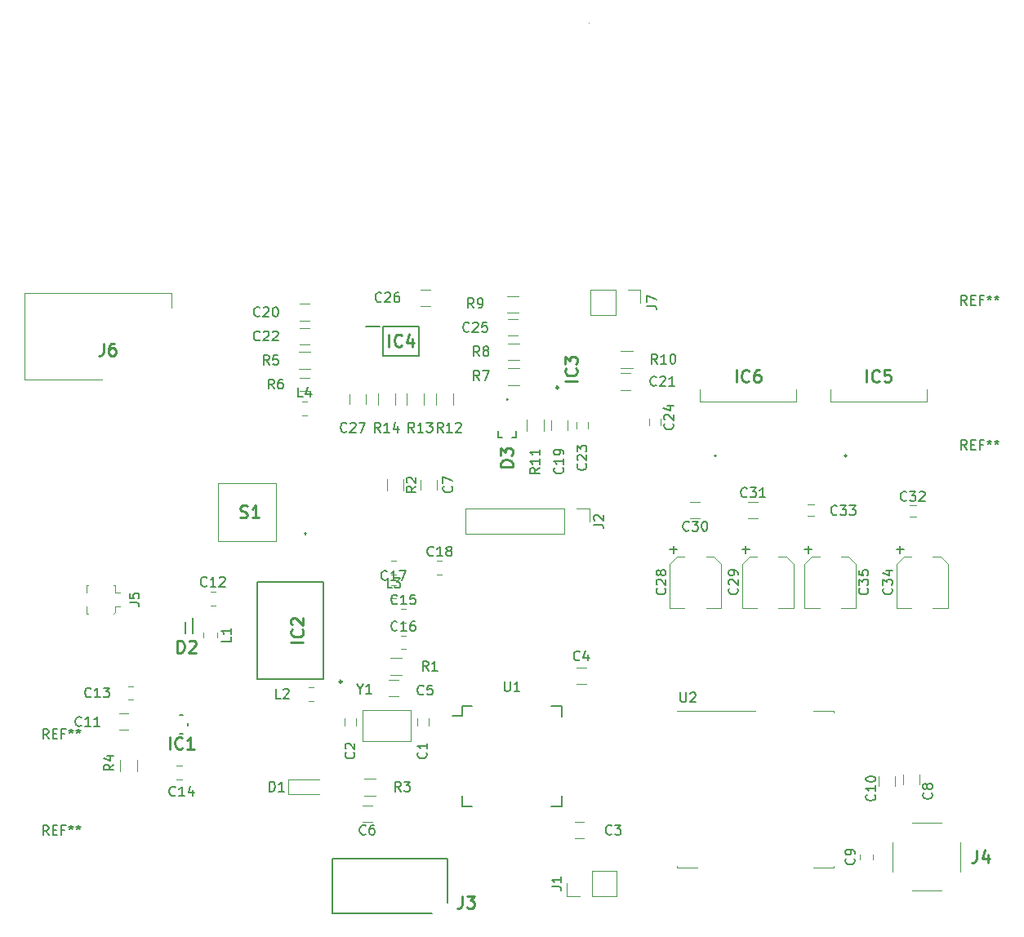
<source format=gbr>
G04 #@! TF.GenerationSoftware,KiCad,Pcbnew,(5.1.4)-1*
G04 #@! TF.CreationDate,2019-12-12T15:56:34+01:00*
G04 #@! TF.ProjectId,Schaltplan_embedded,53636861-6c74-4706-9c61-6e5f656d6265,rev?*
G04 #@! TF.SameCoordinates,Original*
G04 #@! TF.FileFunction,Legend,Top*
G04 #@! TF.FilePolarity,Positive*
%FSLAX46Y46*%
G04 Gerber Fmt 4.6, Leading zero omitted, Abs format (unit mm)*
G04 Created by KiCad (PCBNEW (5.1.4)-1) date 2019-12-12 15:56:34*
%MOMM*%
%LPD*%
G04 APERTURE LIST*
%ADD10C,0.120000*%
%ADD11C,0.200000*%
%ADD12C,0.100000*%
%ADD13C,0.150000*%
%ADD14C,0.254000*%
%ADD15C,0.152400*%
G04 APERTURE END LIST*
D10*
X152500000Y-18000000D02*
X152500000Y-18000000D01*
X129000000Y-89275000D02*
X134000000Y-89275000D01*
X134000000Y-89275000D02*
X134000000Y-92475000D01*
X129000000Y-89275000D02*
X129000000Y-92475000D01*
X129000000Y-92495000D02*
X134000000Y-92495000D01*
X128350000Y-90150000D02*
X128350000Y-90850000D01*
X127150000Y-90850000D02*
X127150000Y-90150000D01*
X109738748Y-96460000D02*
X110261252Y-96460000D01*
X109738748Y-95040000D02*
X110261252Y-95040000D01*
D11*
X123100000Y-71050000D02*
G75*
G03X123100000Y-70850000I0J100000D01*
G01*
X123100000Y-70850000D02*
G75*
G03X123100000Y-71050000I0J-100000D01*
G01*
X123100000Y-70850000D02*
X123100000Y-70850000D01*
X123100000Y-71050000D02*
X123100000Y-71050000D01*
D12*
X120000000Y-65750000D02*
X120000000Y-71750000D01*
X114000000Y-65750000D02*
X120000000Y-65750000D01*
X114000000Y-71750000D02*
X114000000Y-65750000D01*
X120000000Y-71750000D02*
X114000000Y-71750000D01*
D13*
X139325000Y-88888442D02*
X139325000Y-89888442D01*
X149675000Y-88888442D02*
X149675000Y-89963442D01*
X149675000Y-99238442D02*
X149675000Y-98163442D01*
X139325000Y-99238442D02*
X139325000Y-98163442D01*
X139325000Y-88888442D02*
X140400000Y-88888442D01*
X139325000Y-99238442D02*
X140400000Y-99238442D01*
X149675000Y-99238442D02*
X148600000Y-99238442D01*
X149675000Y-88888442D02*
X148600000Y-88888442D01*
X139325000Y-89888442D02*
X138300000Y-89888442D01*
D10*
X136620000Y-57600000D02*
X136620000Y-56400000D01*
X138380000Y-56400000D02*
X138380000Y-57600000D01*
X174860000Y-74090000D02*
X174860000Y-78670000D01*
X175620000Y-73330000D02*
X174860000Y-74090000D01*
X180190000Y-74090000D02*
X179430000Y-73330000D01*
X180190000Y-78670000D02*
X180190000Y-74090000D01*
X179430000Y-73330000D02*
X178640000Y-73330000D01*
X175620000Y-73330000D02*
X176410000Y-73330000D01*
X174860000Y-78670000D02*
X176410000Y-78670000D01*
X180190000Y-78670000D02*
X178640000Y-78670000D01*
X170000000Y-67650000D02*
X169000000Y-67650000D01*
X169000000Y-69350000D02*
X170000000Y-69350000D01*
X166190000Y-78670000D02*
X164640000Y-78670000D01*
X160860000Y-78670000D02*
X162410000Y-78670000D01*
X161620000Y-73330000D02*
X162410000Y-73330000D01*
X165430000Y-73330000D02*
X164640000Y-73330000D01*
X166190000Y-78670000D02*
X166190000Y-74090000D01*
X166190000Y-74090000D02*
X165430000Y-73330000D01*
X161620000Y-73330000D02*
X160860000Y-74090000D01*
X160860000Y-74090000D02*
X160860000Y-78670000D01*
X175850000Y-69100000D02*
X175150000Y-69100000D01*
X175150000Y-67900000D02*
X175850000Y-67900000D01*
X173690000Y-78670000D02*
X172140000Y-78670000D01*
X168360000Y-78670000D02*
X169910000Y-78670000D01*
X169120000Y-73330000D02*
X169910000Y-73330000D01*
X172930000Y-73330000D02*
X172140000Y-73330000D01*
X173690000Y-78670000D02*
X173690000Y-74090000D01*
X173690000Y-74090000D02*
X172930000Y-73330000D01*
X169120000Y-73330000D02*
X168360000Y-74090000D01*
X168360000Y-74090000D02*
X168360000Y-78670000D01*
X163000000Y-69350000D02*
X164000000Y-69350000D01*
X164000000Y-67650000D02*
X163000000Y-67650000D01*
D12*
X109200000Y-47500000D02*
X109200000Y-46000000D01*
X109200000Y-46000000D02*
X94000000Y-46000000D01*
X94000000Y-46000000D02*
X94000000Y-55000000D01*
X94000000Y-55000000D02*
X102000000Y-55000000D01*
D11*
X136250000Y-110400000D02*
X125900000Y-110400000D01*
X125900000Y-110400000D02*
X125900000Y-104700000D01*
X125900000Y-104700000D02*
X137850000Y-104700000D01*
X137850000Y-104700000D02*
X137850000Y-109250000D01*
D12*
X161630000Y-89380000D02*
X169750000Y-89380000D01*
X175750000Y-105620000D02*
X177870000Y-105620000D01*
X177870000Y-105620000D02*
X177870000Y-105450000D01*
X161630000Y-105620000D02*
X163750000Y-105620000D01*
X161630000Y-105620000D02*
X161630000Y-105450000D01*
X175750000Y-89380000D02*
X177870000Y-89380000D01*
X177870000Y-89380000D02*
X177870000Y-89550000D01*
D10*
X185050000Y-96000000D02*
X185050000Y-97000000D01*
X186750000Y-97000000D02*
X186750000Y-96000000D01*
X105630000Y-94400000D02*
X105630000Y-95600000D01*
X103870000Y-95600000D02*
X103870000Y-94400000D01*
X132380000Y-56400000D02*
X132380000Y-57600000D01*
X130620000Y-57600000D02*
X130620000Y-56400000D01*
X133620000Y-57600000D02*
X133620000Y-56400000D01*
X135380000Y-56400000D02*
X135380000Y-57600000D01*
X147780000Y-59100000D02*
X147780000Y-60300000D01*
X146020000Y-60300000D02*
X146020000Y-59100000D01*
X155800000Y-52020000D02*
X157000000Y-52020000D01*
X157000000Y-53780000D02*
X155800000Y-53780000D01*
X145200000Y-48080000D02*
X144000000Y-48080000D01*
X144000000Y-46320000D02*
X145200000Y-46320000D01*
X145300000Y-52980000D02*
X144100000Y-52980000D01*
X144100000Y-51220000D02*
X145300000Y-51220000D01*
X145300000Y-55580000D02*
X144100000Y-55580000D01*
X144100000Y-53820000D02*
X145300000Y-53820000D01*
X123500000Y-56180000D02*
X122500000Y-56180000D01*
X122500000Y-54820000D02*
X123500000Y-54820000D01*
X122400000Y-52120000D02*
X123600000Y-52120000D01*
X123600000Y-53880000D02*
X122400000Y-53880000D01*
X130350000Y-98130000D02*
X129150000Y-98130000D01*
X129150000Y-96370000D02*
X130350000Y-96370000D01*
X131520000Y-66500000D02*
X131520000Y-65300000D01*
X133280000Y-65300000D02*
X133280000Y-66500000D01*
X131900000Y-83870000D02*
X133100000Y-83870000D01*
X133100000Y-85630000D02*
X131900000Y-85630000D01*
D12*
X191000000Y-103000000D02*
X191000000Y-106000000D01*
X186000000Y-101000000D02*
X189000000Y-101000000D01*
X186000000Y-108000000D02*
X189000000Y-108000000D01*
X184000000Y-103000000D02*
X184000000Y-106000000D01*
D14*
X126850000Y-86325000D02*
G75*
G03X126850000Y-86325000I-125000J0D01*
G01*
D11*
X124925000Y-75950000D02*
X124925000Y-86050000D01*
X118075000Y-75950000D02*
X124925000Y-75950000D01*
X118075000Y-86050000D02*
X118075000Y-75950000D01*
X124925000Y-86050000D02*
X118075000Y-86050000D01*
D15*
X110427800Y-89759400D02*
X110072200Y-89759400D01*
X110885000Y-90902400D02*
X110885000Y-90597600D01*
X110072200Y-91740600D02*
X110427800Y-91740600D01*
D11*
X129325000Y-49450000D02*
X130800000Y-49450000D01*
X131150000Y-52500000D02*
X131150000Y-49500000D01*
X134850000Y-52500000D02*
X131150000Y-52500000D01*
X134850000Y-49500000D02*
X134850000Y-52500000D01*
X131150000Y-49500000D02*
X134850000Y-49500000D01*
X165500000Y-62900000D02*
G75*
G03X165700000Y-62900000I100000J0D01*
G01*
X165700000Y-62900000D02*
G75*
G03X165500000Y-62900000I-100000J0D01*
G01*
X165700000Y-62900000D02*
X165700000Y-62900000D01*
X165500000Y-62900000D02*
X165500000Y-62900000D01*
D12*
X174000000Y-57250000D02*
X174000000Y-56000000D01*
X164000000Y-57250000D02*
X174000000Y-57250000D01*
X164000000Y-56000000D02*
X164000000Y-57250000D01*
D14*
X149325000Y-55825000D02*
G75*
G03X149325000Y-55825000I-125000J0D01*
G01*
D11*
X179000000Y-62900000D02*
G75*
G03X179200000Y-62900000I100000J0D01*
G01*
X179200000Y-62900000D02*
G75*
G03X179000000Y-62900000I-100000J0D01*
G01*
X179200000Y-62900000D02*
X179200000Y-62900000D01*
X179000000Y-62900000D02*
X179000000Y-62900000D01*
D12*
X187500000Y-57250000D02*
X187500000Y-56000000D01*
X177500000Y-57250000D02*
X187500000Y-57250000D01*
X177500000Y-56000000D02*
X177500000Y-57250000D01*
D14*
X144034000Y-57051000D02*
G75*
G03X144034000Y-57051000I-37000J0D01*
G01*
D11*
X144950000Y-60975000D02*
X144950000Y-60299000D01*
X144950000Y-60975000D02*
X144548000Y-60975000D01*
X143050000Y-60975000D02*
X143452000Y-60975000D01*
X143050000Y-60975000D02*
X143050000Y-60299000D01*
D10*
X124500000Y-98000000D02*
X121300000Y-98000000D01*
X121300000Y-96500000D02*
X124500000Y-96500000D01*
X121300000Y-96500000D02*
X121300000Y-98000000D01*
X103750000Y-91350000D02*
X104750000Y-91350000D01*
X104750000Y-89650000D02*
X103750000Y-89650000D01*
X182550000Y-96150000D02*
X182550000Y-97150000D01*
X184250000Y-97150000D02*
X184250000Y-96150000D01*
X129350000Y-57500000D02*
X129350000Y-56500000D01*
X127650000Y-56500000D02*
X127650000Y-57500000D01*
X135000000Y-47350000D02*
X136000000Y-47350000D01*
X136000000Y-45650000D02*
X135000000Y-45650000D01*
X144100000Y-50450000D02*
X145100000Y-50450000D01*
X145100000Y-48750000D02*
X144100000Y-48750000D01*
X158700000Y-59750000D02*
X158700000Y-59050000D01*
X159900000Y-59050000D02*
X159900000Y-59750000D01*
X152400000Y-59350000D02*
X152400000Y-60050000D01*
X151200000Y-60050000D02*
X151200000Y-59350000D01*
X122500000Y-51350000D02*
X123500000Y-51350000D01*
X123500000Y-49650000D02*
X122500000Y-49650000D01*
X156800000Y-54350000D02*
X155800000Y-54350000D01*
X155800000Y-56050000D02*
X156800000Y-56050000D01*
X123500000Y-47150000D02*
X122500000Y-47150000D01*
X122500000Y-48850000D02*
X123500000Y-48850000D01*
X150250000Y-60200000D02*
X150250000Y-59200000D01*
X148550000Y-59200000D02*
X148550000Y-60200000D01*
X189690000Y-78670000D02*
X188140000Y-78670000D01*
X184360000Y-78670000D02*
X185910000Y-78670000D01*
X185120000Y-73330000D02*
X185910000Y-73330000D01*
X188930000Y-73330000D02*
X188140000Y-73330000D01*
X189690000Y-78670000D02*
X189690000Y-74090000D01*
X189690000Y-74090000D02*
X188930000Y-73330000D01*
X185120000Y-73330000D02*
X184360000Y-74090000D01*
X184360000Y-74090000D02*
X184360000Y-78670000D01*
X186400000Y-69250000D02*
X185700000Y-69250000D01*
X185700000Y-68050000D02*
X186400000Y-68050000D01*
X135050000Y-65400000D02*
X135050000Y-66400000D01*
X136750000Y-66400000D02*
X136750000Y-65400000D01*
X129000000Y-100850000D02*
X130000000Y-100850000D01*
X130000000Y-99150000D02*
X129000000Y-99150000D01*
X131750000Y-87850000D02*
X132750000Y-87850000D01*
X132750000Y-86150000D02*
X131750000Y-86150000D01*
X151200000Y-86550000D02*
X152200000Y-86550000D01*
X152200000Y-84850000D02*
X151200000Y-84850000D01*
X152000000Y-100900000D02*
X151000000Y-100900000D01*
X151000000Y-102600000D02*
X152000000Y-102600000D01*
X135850000Y-90150000D02*
X135850000Y-90850000D01*
X134650000Y-90850000D02*
X134650000Y-90150000D01*
D11*
X111400000Y-79700000D02*
X111400000Y-81350000D01*
X110600000Y-80150000D02*
X110600000Y-81350000D01*
D10*
X157830000Y-45670000D02*
X157830000Y-47000000D01*
X156500000Y-45670000D02*
X157830000Y-45670000D01*
X155230000Y-45670000D02*
X155230000Y-48330000D01*
X155230000Y-48330000D02*
X152630000Y-48330000D01*
X155230000Y-45670000D02*
X152630000Y-45670000D01*
X152630000Y-45670000D02*
X152630000Y-48330000D01*
X105261252Y-88210000D02*
X104738748Y-88210000D01*
X105261252Y-86790000D02*
X104738748Y-86790000D01*
X132988748Y-80210000D02*
X133511252Y-80210000D01*
X132988748Y-78790000D02*
X133511252Y-78790000D01*
X132988748Y-81540000D02*
X133511252Y-81540000D01*
X132988748Y-82960000D02*
X133511252Y-82960000D01*
X131938748Y-77710000D02*
X132461252Y-77710000D01*
X131938748Y-76290000D02*
X132461252Y-76290000D01*
X136738748Y-73790000D02*
X137261252Y-73790000D01*
X136738748Y-75210000D02*
X137261252Y-75210000D01*
X113761252Y-78460000D02*
X113238748Y-78460000D01*
X113761252Y-77040000D02*
X113238748Y-77040000D01*
X180540000Y-104761252D02*
X180540000Y-104238748D01*
X181960000Y-104761252D02*
X181960000Y-104238748D01*
X113960000Y-81238748D02*
X113960000Y-81761252D01*
X112540000Y-81238748D02*
X112540000Y-81761252D01*
X123961252Y-88310000D02*
X123438748Y-88310000D01*
X123961252Y-86890000D02*
X123438748Y-86890000D01*
X132511252Y-73790000D02*
X131988748Y-73790000D01*
X132511252Y-75210000D02*
X131988748Y-75210000D01*
X122738748Y-58710000D02*
X123261252Y-58710000D01*
X122738748Y-57290000D02*
X123261252Y-57290000D01*
X155370000Y-108580000D02*
X155370000Y-105920000D01*
X152770000Y-108580000D02*
X155370000Y-108580000D01*
X152770000Y-105920000D02*
X155370000Y-105920000D01*
X152770000Y-108580000D02*
X152770000Y-105920000D01*
X151500000Y-108580000D02*
X150170000Y-108580000D01*
X150170000Y-108580000D02*
X150170000Y-107250000D01*
X139710000Y-68370000D02*
X139710000Y-71030000D01*
X149930000Y-68370000D02*
X139710000Y-68370000D01*
X149930000Y-71030000D02*
X139710000Y-71030000D01*
X149930000Y-68370000D02*
X149930000Y-71030000D01*
X151200000Y-68370000D02*
X152530000Y-68370000D01*
X152530000Y-68370000D02*
X152530000Y-69700000D01*
X103400000Y-77100000D02*
X103900000Y-77100000D01*
X103400000Y-78500000D02*
X103900000Y-78500000D01*
X103400000Y-78500000D02*
X103400000Y-79100000D01*
X103400000Y-79100000D02*
X103200000Y-79300000D01*
X103200000Y-76300000D02*
X103400000Y-76300000D01*
X103400000Y-76300000D02*
X103400000Y-77100000D01*
X100400000Y-77100000D02*
X100400000Y-76300000D01*
X100400000Y-76300000D02*
X100600000Y-76300000D01*
X100600000Y-79300000D02*
X100400000Y-79300000D01*
X100400000Y-79300000D02*
X100400000Y-78500000D01*
D13*
X96466666Y-92252380D02*
X96133333Y-91776190D01*
X95895238Y-92252380D02*
X95895238Y-91252380D01*
X96276190Y-91252380D01*
X96371428Y-91300000D01*
X96419047Y-91347619D01*
X96466666Y-91442857D01*
X96466666Y-91585714D01*
X96419047Y-91680952D01*
X96371428Y-91728571D01*
X96276190Y-91776190D01*
X95895238Y-91776190D01*
X96895238Y-91728571D02*
X97228571Y-91728571D01*
X97371428Y-92252380D02*
X96895238Y-92252380D01*
X96895238Y-91252380D01*
X97371428Y-91252380D01*
X98133333Y-91728571D02*
X97800000Y-91728571D01*
X97800000Y-92252380D02*
X97800000Y-91252380D01*
X98276190Y-91252380D01*
X98800000Y-91252380D02*
X98800000Y-91490476D01*
X98561904Y-91395238D02*
X98800000Y-91490476D01*
X99038095Y-91395238D01*
X98657142Y-91680952D02*
X98800000Y-91490476D01*
X98942857Y-91680952D01*
X99561904Y-91252380D02*
X99561904Y-91490476D01*
X99323809Y-91395238D02*
X99561904Y-91490476D01*
X99800000Y-91395238D01*
X99419047Y-91680952D02*
X99561904Y-91490476D01*
X99704761Y-91680952D01*
X96466666Y-102252380D02*
X96133333Y-101776190D01*
X95895238Y-102252380D02*
X95895238Y-101252380D01*
X96276190Y-101252380D01*
X96371428Y-101300000D01*
X96419047Y-101347619D01*
X96466666Y-101442857D01*
X96466666Y-101585714D01*
X96419047Y-101680952D01*
X96371428Y-101728571D01*
X96276190Y-101776190D01*
X95895238Y-101776190D01*
X96895238Y-101728571D02*
X97228571Y-101728571D01*
X97371428Y-102252380D02*
X96895238Y-102252380D01*
X96895238Y-101252380D01*
X97371428Y-101252380D01*
X98133333Y-101728571D02*
X97800000Y-101728571D01*
X97800000Y-102252380D02*
X97800000Y-101252380D01*
X98276190Y-101252380D01*
X98800000Y-101252380D02*
X98800000Y-101490476D01*
X98561904Y-101395238D02*
X98800000Y-101490476D01*
X99038095Y-101395238D01*
X98657142Y-101680952D02*
X98800000Y-101490476D01*
X98942857Y-101680952D01*
X99561904Y-101252380D02*
X99561904Y-101490476D01*
X99323809Y-101395238D02*
X99561904Y-101490476D01*
X99800000Y-101395238D01*
X99419047Y-101680952D02*
X99561904Y-101490476D01*
X99704761Y-101680952D01*
X191666666Y-62252380D02*
X191333333Y-61776190D01*
X191095238Y-62252380D02*
X191095238Y-61252380D01*
X191476190Y-61252380D01*
X191571428Y-61300000D01*
X191619047Y-61347619D01*
X191666666Y-61442857D01*
X191666666Y-61585714D01*
X191619047Y-61680952D01*
X191571428Y-61728571D01*
X191476190Y-61776190D01*
X191095238Y-61776190D01*
X192095238Y-61728571D02*
X192428571Y-61728571D01*
X192571428Y-62252380D02*
X192095238Y-62252380D01*
X192095238Y-61252380D01*
X192571428Y-61252380D01*
X193333333Y-61728571D02*
X193000000Y-61728571D01*
X193000000Y-62252380D02*
X193000000Y-61252380D01*
X193476190Y-61252380D01*
X194000000Y-61252380D02*
X194000000Y-61490476D01*
X193761904Y-61395238D02*
X194000000Y-61490476D01*
X194238095Y-61395238D01*
X193857142Y-61680952D02*
X194000000Y-61490476D01*
X194142857Y-61680952D01*
X194761904Y-61252380D02*
X194761904Y-61490476D01*
X194523809Y-61395238D02*
X194761904Y-61490476D01*
X195000000Y-61395238D01*
X194619047Y-61680952D02*
X194761904Y-61490476D01*
X194904761Y-61680952D01*
X191666666Y-47252380D02*
X191333333Y-46776190D01*
X191095238Y-47252380D02*
X191095238Y-46252380D01*
X191476190Y-46252380D01*
X191571428Y-46300000D01*
X191619047Y-46347619D01*
X191666666Y-46442857D01*
X191666666Y-46585714D01*
X191619047Y-46680952D01*
X191571428Y-46728571D01*
X191476190Y-46776190D01*
X191095238Y-46776190D01*
X192095238Y-46728571D02*
X192428571Y-46728571D01*
X192571428Y-47252380D02*
X192095238Y-47252380D01*
X192095238Y-46252380D01*
X192571428Y-46252380D01*
X193333333Y-46728571D02*
X193000000Y-46728571D01*
X193000000Y-47252380D02*
X193000000Y-46252380D01*
X193476190Y-46252380D01*
X194000000Y-46252380D02*
X194000000Y-46490476D01*
X193761904Y-46395238D02*
X194000000Y-46490476D01*
X194238095Y-46395238D01*
X193857142Y-46680952D02*
X194000000Y-46490476D01*
X194142857Y-46680952D01*
X194761904Y-46252380D02*
X194761904Y-46490476D01*
X194523809Y-46395238D02*
X194761904Y-46490476D01*
X195000000Y-46395238D01*
X194619047Y-46680952D02*
X194761904Y-46490476D01*
X194904761Y-46680952D01*
X128748809Y-87101190D02*
X128748809Y-87577380D01*
X128415476Y-86577380D02*
X128748809Y-87101190D01*
X129082142Y-86577380D01*
X129939285Y-87577380D02*
X129367857Y-87577380D01*
X129653571Y-87577380D02*
X129653571Y-86577380D01*
X129558333Y-86720238D01*
X129463095Y-86815476D01*
X129367857Y-86863095D01*
X128107142Y-93666666D02*
X128154761Y-93714285D01*
X128202380Y-93857142D01*
X128202380Y-93952380D01*
X128154761Y-94095238D01*
X128059523Y-94190476D01*
X127964285Y-94238095D01*
X127773809Y-94285714D01*
X127630952Y-94285714D01*
X127440476Y-94238095D01*
X127345238Y-94190476D01*
X127250000Y-94095238D01*
X127202380Y-93952380D01*
X127202380Y-93857142D01*
X127250000Y-93714285D01*
X127297619Y-93666666D01*
X127297619Y-93285714D02*
X127250000Y-93238095D01*
X127202380Y-93142857D01*
X127202380Y-92904761D01*
X127250000Y-92809523D01*
X127297619Y-92761904D01*
X127392857Y-92714285D01*
X127488095Y-92714285D01*
X127630952Y-92761904D01*
X128202380Y-93333333D01*
X128202380Y-92714285D01*
X109607142Y-98107142D02*
X109559523Y-98154761D01*
X109416666Y-98202380D01*
X109321428Y-98202380D01*
X109178571Y-98154761D01*
X109083333Y-98059523D01*
X109035714Y-97964285D01*
X108988095Y-97773809D01*
X108988095Y-97630952D01*
X109035714Y-97440476D01*
X109083333Y-97345238D01*
X109178571Y-97250000D01*
X109321428Y-97202380D01*
X109416666Y-97202380D01*
X109559523Y-97250000D01*
X109607142Y-97297619D01*
X110559523Y-98202380D02*
X109988095Y-98202380D01*
X110273809Y-98202380D02*
X110273809Y-97202380D01*
X110178571Y-97345238D01*
X110083333Y-97440476D01*
X109988095Y-97488095D01*
X111416666Y-97535714D02*
X111416666Y-98202380D01*
X111178571Y-97154761D02*
X110940476Y-97869047D01*
X111559523Y-97869047D01*
D14*
X116332380Y-69264047D02*
X116513809Y-69324523D01*
X116816190Y-69324523D01*
X116937142Y-69264047D01*
X116997619Y-69203571D01*
X117058095Y-69082619D01*
X117058095Y-68961666D01*
X116997619Y-68840714D01*
X116937142Y-68780238D01*
X116816190Y-68719761D01*
X116574285Y-68659285D01*
X116453333Y-68598809D01*
X116392857Y-68538333D01*
X116332380Y-68417380D01*
X116332380Y-68296428D01*
X116392857Y-68175476D01*
X116453333Y-68115000D01*
X116574285Y-68054523D01*
X116876666Y-68054523D01*
X117058095Y-68115000D01*
X118267619Y-69324523D02*
X117541904Y-69324523D01*
X117904761Y-69324523D02*
X117904761Y-68054523D01*
X117783809Y-68235952D01*
X117662857Y-68356904D01*
X117541904Y-68417380D01*
D13*
X143738095Y-86315822D02*
X143738095Y-87125346D01*
X143785714Y-87220584D01*
X143833333Y-87268203D01*
X143928571Y-87315822D01*
X144119047Y-87315822D01*
X144214285Y-87268203D01*
X144261904Y-87220584D01*
X144309523Y-87125346D01*
X144309523Y-86315822D01*
X145309523Y-87315822D02*
X144738095Y-87315822D01*
X145023809Y-87315822D02*
X145023809Y-86315822D01*
X144928571Y-86458680D01*
X144833333Y-86553918D01*
X144738095Y-86601537D01*
X137357142Y-60452380D02*
X137023809Y-59976190D01*
X136785714Y-60452380D02*
X136785714Y-59452380D01*
X137166666Y-59452380D01*
X137261904Y-59500000D01*
X137309523Y-59547619D01*
X137357142Y-59642857D01*
X137357142Y-59785714D01*
X137309523Y-59880952D01*
X137261904Y-59928571D01*
X137166666Y-59976190D01*
X136785714Y-59976190D01*
X138309523Y-60452380D02*
X137738095Y-60452380D01*
X138023809Y-60452380D02*
X138023809Y-59452380D01*
X137928571Y-59595238D01*
X137833333Y-59690476D01*
X137738095Y-59738095D01*
X138690476Y-59547619D02*
X138738095Y-59500000D01*
X138833333Y-59452380D01*
X139071428Y-59452380D01*
X139166666Y-59500000D01*
X139214285Y-59547619D01*
X139261904Y-59642857D01*
X139261904Y-59738095D01*
X139214285Y-59880952D01*
X138642857Y-60452380D01*
X139261904Y-60452380D01*
X181357142Y-76642857D02*
X181404761Y-76690476D01*
X181452380Y-76833333D01*
X181452380Y-76928571D01*
X181404761Y-77071428D01*
X181309523Y-77166666D01*
X181214285Y-77214285D01*
X181023809Y-77261904D01*
X180880952Y-77261904D01*
X180690476Y-77214285D01*
X180595238Y-77166666D01*
X180500000Y-77071428D01*
X180452380Y-76928571D01*
X180452380Y-76833333D01*
X180500000Y-76690476D01*
X180547619Y-76642857D01*
X180452380Y-76309523D02*
X180452380Y-75690476D01*
X180833333Y-76023809D01*
X180833333Y-75880952D01*
X180880952Y-75785714D01*
X180928571Y-75738095D01*
X181023809Y-75690476D01*
X181261904Y-75690476D01*
X181357142Y-75738095D01*
X181404761Y-75785714D01*
X181452380Y-75880952D01*
X181452380Y-76166666D01*
X181404761Y-76261904D01*
X181357142Y-76309523D01*
X180452380Y-74785714D02*
X180452380Y-75261904D01*
X180928571Y-75309523D01*
X180880952Y-75261904D01*
X180833333Y-75166666D01*
X180833333Y-74928571D01*
X180880952Y-74833333D01*
X180928571Y-74785714D01*
X181023809Y-74738095D01*
X181261904Y-74738095D01*
X181357142Y-74785714D01*
X181404761Y-74833333D01*
X181452380Y-74928571D01*
X181452380Y-75166666D01*
X181404761Y-75261904D01*
X181357142Y-75309523D01*
X175231428Y-73000952D02*
X175231428Y-72239047D01*
X175612380Y-72620000D02*
X174850476Y-72620000D01*
X168857142Y-67107142D02*
X168809523Y-67154761D01*
X168666666Y-67202380D01*
X168571428Y-67202380D01*
X168428571Y-67154761D01*
X168333333Y-67059523D01*
X168285714Y-66964285D01*
X168238095Y-66773809D01*
X168238095Y-66630952D01*
X168285714Y-66440476D01*
X168333333Y-66345238D01*
X168428571Y-66250000D01*
X168571428Y-66202380D01*
X168666666Y-66202380D01*
X168809523Y-66250000D01*
X168857142Y-66297619D01*
X169190476Y-66202380D02*
X169809523Y-66202380D01*
X169476190Y-66583333D01*
X169619047Y-66583333D01*
X169714285Y-66630952D01*
X169761904Y-66678571D01*
X169809523Y-66773809D01*
X169809523Y-67011904D01*
X169761904Y-67107142D01*
X169714285Y-67154761D01*
X169619047Y-67202380D01*
X169333333Y-67202380D01*
X169238095Y-67154761D01*
X169190476Y-67107142D01*
X170761904Y-67202380D02*
X170190476Y-67202380D01*
X170476190Y-67202380D02*
X170476190Y-66202380D01*
X170380952Y-66345238D01*
X170285714Y-66440476D01*
X170190476Y-66488095D01*
X160357142Y-76642857D02*
X160404761Y-76690476D01*
X160452380Y-76833333D01*
X160452380Y-76928571D01*
X160404761Y-77071428D01*
X160309523Y-77166666D01*
X160214285Y-77214285D01*
X160023809Y-77261904D01*
X159880952Y-77261904D01*
X159690476Y-77214285D01*
X159595238Y-77166666D01*
X159500000Y-77071428D01*
X159452380Y-76928571D01*
X159452380Y-76833333D01*
X159500000Y-76690476D01*
X159547619Y-76642857D01*
X159547619Y-76261904D02*
X159500000Y-76214285D01*
X159452380Y-76119047D01*
X159452380Y-75880952D01*
X159500000Y-75785714D01*
X159547619Y-75738095D01*
X159642857Y-75690476D01*
X159738095Y-75690476D01*
X159880952Y-75738095D01*
X160452380Y-76309523D01*
X160452380Y-75690476D01*
X159880952Y-75119047D02*
X159833333Y-75214285D01*
X159785714Y-75261904D01*
X159690476Y-75309523D01*
X159642857Y-75309523D01*
X159547619Y-75261904D01*
X159500000Y-75214285D01*
X159452380Y-75119047D01*
X159452380Y-74928571D01*
X159500000Y-74833333D01*
X159547619Y-74785714D01*
X159642857Y-74738095D01*
X159690476Y-74738095D01*
X159785714Y-74785714D01*
X159833333Y-74833333D01*
X159880952Y-74928571D01*
X159880952Y-75119047D01*
X159928571Y-75214285D01*
X159976190Y-75261904D01*
X160071428Y-75309523D01*
X160261904Y-75309523D01*
X160357142Y-75261904D01*
X160404761Y-75214285D01*
X160452380Y-75119047D01*
X160452380Y-74928571D01*
X160404761Y-74833333D01*
X160357142Y-74785714D01*
X160261904Y-74738095D01*
X160071428Y-74738095D01*
X159976190Y-74785714D01*
X159928571Y-74833333D01*
X159880952Y-74928571D01*
X161231428Y-73000952D02*
X161231428Y-72239047D01*
X161612380Y-72620000D02*
X160850476Y-72620000D01*
X178207142Y-68957142D02*
X178159523Y-69004761D01*
X178016666Y-69052380D01*
X177921428Y-69052380D01*
X177778571Y-69004761D01*
X177683333Y-68909523D01*
X177635714Y-68814285D01*
X177588095Y-68623809D01*
X177588095Y-68480952D01*
X177635714Y-68290476D01*
X177683333Y-68195238D01*
X177778571Y-68100000D01*
X177921428Y-68052380D01*
X178016666Y-68052380D01*
X178159523Y-68100000D01*
X178207142Y-68147619D01*
X178540476Y-68052380D02*
X179159523Y-68052380D01*
X178826190Y-68433333D01*
X178969047Y-68433333D01*
X179064285Y-68480952D01*
X179111904Y-68528571D01*
X179159523Y-68623809D01*
X179159523Y-68861904D01*
X179111904Y-68957142D01*
X179064285Y-69004761D01*
X178969047Y-69052380D01*
X178683333Y-69052380D01*
X178588095Y-69004761D01*
X178540476Y-68957142D01*
X179492857Y-68052380D02*
X180111904Y-68052380D01*
X179778571Y-68433333D01*
X179921428Y-68433333D01*
X180016666Y-68480952D01*
X180064285Y-68528571D01*
X180111904Y-68623809D01*
X180111904Y-68861904D01*
X180064285Y-68957142D01*
X180016666Y-69004761D01*
X179921428Y-69052380D01*
X179635714Y-69052380D01*
X179540476Y-69004761D01*
X179492857Y-68957142D01*
X167857142Y-76642857D02*
X167904761Y-76690476D01*
X167952380Y-76833333D01*
X167952380Y-76928571D01*
X167904761Y-77071428D01*
X167809523Y-77166666D01*
X167714285Y-77214285D01*
X167523809Y-77261904D01*
X167380952Y-77261904D01*
X167190476Y-77214285D01*
X167095238Y-77166666D01*
X167000000Y-77071428D01*
X166952380Y-76928571D01*
X166952380Y-76833333D01*
X167000000Y-76690476D01*
X167047619Y-76642857D01*
X167047619Y-76261904D02*
X167000000Y-76214285D01*
X166952380Y-76119047D01*
X166952380Y-75880952D01*
X167000000Y-75785714D01*
X167047619Y-75738095D01*
X167142857Y-75690476D01*
X167238095Y-75690476D01*
X167380952Y-75738095D01*
X167952380Y-76309523D01*
X167952380Y-75690476D01*
X167952380Y-75214285D02*
X167952380Y-75023809D01*
X167904761Y-74928571D01*
X167857142Y-74880952D01*
X167714285Y-74785714D01*
X167523809Y-74738095D01*
X167142857Y-74738095D01*
X167047619Y-74785714D01*
X167000000Y-74833333D01*
X166952380Y-74928571D01*
X166952380Y-75119047D01*
X167000000Y-75214285D01*
X167047619Y-75261904D01*
X167142857Y-75309523D01*
X167380952Y-75309523D01*
X167476190Y-75261904D01*
X167523809Y-75214285D01*
X167571428Y-75119047D01*
X167571428Y-74928571D01*
X167523809Y-74833333D01*
X167476190Y-74785714D01*
X167380952Y-74738095D01*
X168731428Y-73000952D02*
X168731428Y-72239047D01*
X169112380Y-72620000D02*
X168350476Y-72620000D01*
X162857142Y-70607142D02*
X162809523Y-70654761D01*
X162666666Y-70702380D01*
X162571428Y-70702380D01*
X162428571Y-70654761D01*
X162333333Y-70559523D01*
X162285714Y-70464285D01*
X162238095Y-70273809D01*
X162238095Y-70130952D01*
X162285714Y-69940476D01*
X162333333Y-69845238D01*
X162428571Y-69750000D01*
X162571428Y-69702380D01*
X162666666Y-69702380D01*
X162809523Y-69750000D01*
X162857142Y-69797619D01*
X163190476Y-69702380D02*
X163809523Y-69702380D01*
X163476190Y-70083333D01*
X163619047Y-70083333D01*
X163714285Y-70130952D01*
X163761904Y-70178571D01*
X163809523Y-70273809D01*
X163809523Y-70511904D01*
X163761904Y-70607142D01*
X163714285Y-70654761D01*
X163619047Y-70702380D01*
X163333333Y-70702380D01*
X163238095Y-70654761D01*
X163190476Y-70607142D01*
X164428571Y-69702380D02*
X164523809Y-69702380D01*
X164619047Y-69750000D01*
X164666666Y-69797619D01*
X164714285Y-69892857D01*
X164761904Y-70083333D01*
X164761904Y-70321428D01*
X164714285Y-70511904D01*
X164666666Y-70607142D01*
X164619047Y-70654761D01*
X164523809Y-70702380D01*
X164428571Y-70702380D01*
X164333333Y-70654761D01*
X164285714Y-70607142D01*
X164238095Y-70511904D01*
X164190476Y-70321428D01*
X164190476Y-70083333D01*
X164238095Y-69892857D01*
X164285714Y-69797619D01*
X164333333Y-69750000D01*
X164428571Y-69702380D01*
D14*
X102151666Y-51229523D02*
X102151666Y-52136666D01*
X102091190Y-52318095D01*
X101970238Y-52439047D01*
X101788809Y-52499523D01*
X101667857Y-52499523D01*
X103300714Y-51229523D02*
X103058809Y-51229523D01*
X102937857Y-51290000D01*
X102877380Y-51350476D01*
X102756428Y-51531904D01*
X102695952Y-51773809D01*
X102695952Y-52257619D01*
X102756428Y-52378571D01*
X102816904Y-52439047D01*
X102937857Y-52499523D01*
X103179761Y-52499523D01*
X103300714Y-52439047D01*
X103361190Y-52378571D01*
X103421666Y-52257619D01*
X103421666Y-51955238D01*
X103361190Y-51834285D01*
X103300714Y-51773809D01*
X103179761Y-51713333D01*
X102937857Y-51713333D01*
X102816904Y-51773809D01*
X102756428Y-51834285D01*
X102695952Y-51955238D01*
X139326666Y-108554523D02*
X139326666Y-109461666D01*
X139266190Y-109643095D01*
X139145238Y-109764047D01*
X138963809Y-109824523D01*
X138842857Y-109824523D01*
X139810476Y-108554523D02*
X140596666Y-108554523D01*
X140173333Y-109038333D01*
X140354761Y-109038333D01*
X140475714Y-109098809D01*
X140536190Y-109159285D01*
X140596666Y-109280238D01*
X140596666Y-109582619D01*
X140536190Y-109703571D01*
X140475714Y-109764047D01*
X140354761Y-109824523D01*
X139991904Y-109824523D01*
X139870952Y-109764047D01*
X139810476Y-109703571D01*
D13*
X161988095Y-87452380D02*
X161988095Y-88261904D01*
X162035714Y-88357142D01*
X162083333Y-88404761D01*
X162178571Y-88452380D01*
X162369047Y-88452380D01*
X162464285Y-88404761D01*
X162511904Y-88357142D01*
X162559523Y-88261904D01*
X162559523Y-87452380D01*
X162988095Y-87547619D02*
X163035714Y-87500000D01*
X163130952Y-87452380D01*
X163369047Y-87452380D01*
X163464285Y-87500000D01*
X163511904Y-87547619D01*
X163559523Y-87642857D01*
X163559523Y-87738095D01*
X163511904Y-87880952D01*
X162940476Y-88452380D01*
X163559523Y-88452380D01*
X188007142Y-97866666D02*
X188054761Y-97914285D01*
X188102380Y-98057142D01*
X188102380Y-98152380D01*
X188054761Y-98295238D01*
X187959523Y-98390476D01*
X187864285Y-98438095D01*
X187673809Y-98485714D01*
X187530952Y-98485714D01*
X187340476Y-98438095D01*
X187245238Y-98390476D01*
X187150000Y-98295238D01*
X187102380Y-98152380D01*
X187102380Y-98057142D01*
X187150000Y-97914285D01*
X187197619Y-97866666D01*
X187530952Y-97295238D02*
X187483333Y-97390476D01*
X187435714Y-97438095D01*
X187340476Y-97485714D01*
X187292857Y-97485714D01*
X187197619Y-97438095D01*
X187150000Y-97390476D01*
X187102380Y-97295238D01*
X187102380Y-97104761D01*
X187150000Y-97009523D01*
X187197619Y-96961904D01*
X187292857Y-96914285D01*
X187340476Y-96914285D01*
X187435714Y-96961904D01*
X187483333Y-97009523D01*
X187530952Y-97104761D01*
X187530952Y-97295238D01*
X187578571Y-97390476D01*
X187626190Y-97438095D01*
X187721428Y-97485714D01*
X187911904Y-97485714D01*
X188007142Y-97438095D01*
X188054761Y-97390476D01*
X188102380Y-97295238D01*
X188102380Y-97104761D01*
X188054761Y-97009523D01*
X188007142Y-96961904D01*
X187911904Y-96914285D01*
X187721428Y-96914285D01*
X187626190Y-96961904D01*
X187578571Y-97009523D01*
X187530952Y-97104761D01*
X103202380Y-94916666D02*
X102726190Y-95250000D01*
X103202380Y-95488095D02*
X102202380Y-95488095D01*
X102202380Y-95107142D01*
X102250000Y-95011904D01*
X102297619Y-94964285D01*
X102392857Y-94916666D01*
X102535714Y-94916666D01*
X102630952Y-94964285D01*
X102678571Y-95011904D01*
X102726190Y-95107142D01*
X102726190Y-95488095D01*
X102535714Y-94059523D02*
X103202380Y-94059523D01*
X102154761Y-94297619D02*
X102869047Y-94535714D01*
X102869047Y-93916666D01*
X130857142Y-60452380D02*
X130523809Y-59976190D01*
X130285714Y-60452380D02*
X130285714Y-59452380D01*
X130666666Y-59452380D01*
X130761904Y-59500000D01*
X130809523Y-59547619D01*
X130857142Y-59642857D01*
X130857142Y-59785714D01*
X130809523Y-59880952D01*
X130761904Y-59928571D01*
X130666666Y-59976190D01*
X130285714Y-59976190D01*
X131809523Y-60452380D02*
X131238095Y-60452380D01*
X131523809Y-60452380D02*
X131523809Y-59452380D01*
X131428571Y-59595238D01*
X131333333Y-59690476D01*
X131238095Y-59738095D01*
X132666666Y-59785714D02*
X132666666Y-60452380D01*
X132428571Y-59404761D02*
X132190476Y-60119047D01*
X132809523Y-60119047D01*
X134357142Y-60452380D02*
X134023809Y-59976190D01*
X133785714Y-60452380D02*
X133785714Y-59452380D01*
X134166666Y-59452380D01*
X134261904Y-59500000D01*
X134309523Y-59547619D01*
X134357142Y-59642857D01*
X134357142Y-59785714D01*
X134309523Y-59880952D01*
X134261904Y-59928571D01*
X134166666Y-59976190D01*
X133785714Y-59976190D01*
X135309523Y-60452380D02*
X134738095Y-60452380D01*
X135023809Y-60452380D02*
X135023809Y-59452380D01*
X134928571Y-59595238D01*
X134833333Y-59690476D01*
X134738095Y-59738095D01*
X135642857Y-59452380D02*
X136261904Y-59452380D01*
X135928571Y-59833333D01*
X136071428Y-59833333D01*
X136166666Y-59880952D01*
X136214285Y-59928571D01*
X136261904Y-60023809D01*
X136261904Y-60261904D01*
X136214285Y-60357142D01*
X136166666Y-60404761D01*
X136071428Y-60452380D01*
X135785714Y-60452380D01*
X135690476Y-60404761D01*
X135642857Y-60357142D01*
X147352380Y-64142857D02*
X146876190Y-64476190D01*
X147352380Y-64714285D02*
X146352380Y-64714285D01*
X146352380Y-64333333D01*
X146400000Y-64238095D01*
X146447619Y-64190476D01*
X146542857Y-64142857D01*
X146685714Y-64142857D01*
X146780952Y-64190476D01*
X146828571Y-64238095D01*
X146876190Y-64333333D01*
X146876190Y-64714285D01*
X147352380Y-63190476D02*
X147352380Y-63761904D01*
X147352380Y-63476190D02*
X146352380Y-63476190D01*
X146495238Y-63571428D01*
X146590476Y-63666666D01*
X146638095Y-63761904D01*
X147352380Y-62238095D02*
X147352380Y-62809523D01*
X147352380Y-62523809D02*
X146352380Y-62523809D01*
X146495238Y-62619047D01*
X146590476Y-62714285D01*
X146638095Y-62809523D01*
X159557142Y-53352380D02*
X159223809Y-52876190D01*
X158985714Y-53352380D02*
X158985714Y-52352380D01*
X159366666Y-52352380D01*
X159461904Y-52400000D01*
X159509523Y-52447619D01*
X159557142Y-52542857D01*
X159557142Y-52685714D01*
X159509523Y-52780952D01*
X159461904Y-52828571D01*
X159366666Y-52876190D01*
X158985714Y-52876190D01*
X160509523Y-53352380D02*
X159938095Y-53352380D01*
X160223809Y-53352380D02*
X160223809Y-52352380D01*
X160128571Y-52495238D01*
X160033333Y-52590476D01*
X159938095Y-52638095D01*
X161128571Y-52352380D02*
X161223809Y-52352380D01*
X161319047Y-52400000D01*
X161366666Y-52447619D01*
X161414285Y-52542857D01*
X161461904Y-52733333D01*
X161461904Y-52971428D01*
X161414285Y-53161904D01*
X161366666Y-53257142D01*
X161319047Y-53304761D01*
X161223809Y-53352380D01*
X161128571Y-53352380D01*
X161033333Y-53304761D01*
X160985714Y-53257142D01*
X160938095Y-53161904D01*
X160890476Y-52971428D01*
X160890476Y-52733333D01*
X160938095Y-52542857D01*
X160985714Y-52447619D01*
X161033333Y-52400000D01*
X161128571Y-52352380D01*
X140533333Y-47552380D02*
X140200000Y-47076190D01*
X139961904Y-47552380D02*
X139961904Y-46552380D01*
X140342857Y-46552380D01*
X140438095Y-46600000D01*
X140485714Y-46647619D01*
X140533333Y-46742857D01*
X140533333Y-46885714D01*
X140485714Y-46980952D01*
X140438095Y-47028571D01*
X140342857Y-47076190D01*
X139961904Y-47076190D01*
X141009523Y-47552380D02*
X141200000Y-47552380D01*
X141295238Y-47504761D01*
X141342857Y-47457142D01*
X141438095Y-47314285D01*
X141485714Y-47123809D01*
X141485714Y-46742857D01*
X141438095Y-46647619D01*
X141390476Y-46600000D01*
X141295238Y-46552380D01*
X141104761Y-46552380D01*
X141009523Y-46600000D01*
X140961904Y-46647619D01*
X140914285Y-46742857D01*
X140914285Y-46980952D01*
X140961904Y-47076190D01*
X141009523Y-47123809D01*
X141104761Y-47171428D01*
X141295238Y-47171428D01*
X141390476Y-47123809D01*
X141438095Y-47076190D01*
X141485714Y-46980952D01*
X141133333Y-52552380D02*
X140800000Y-52076190D01*
X140561904Y-52552380D02*
X140561904Y-51552380D01*
X140942857Y-51552380D01*
X141038095Y-51600000D01*
X141085714Y-51647619D01*
X141133333Y-51742857D01*
X141133333Y-51885714D01*
X141085714Y-51980952D01*
X141038095Y-52028571D01*
X140942857Y-52076190D01*
X140561904Y-52076190D01*
X141704761Y-51980952D02*
X141609523Y-51933333D01*
X141561904Y-51885714D01*
X141514285Y-51790476D01*
X141514285Y-51742857D01*
X141561904Y-51647619D01*
X141609523Y-51600000D01*
X141704761Y-51552380D01*
X141895238Y-51552380D01*
X141990476Y-51600000D01*
X142038095Y-51647619D01*
X142085714Y-51742857D01*
X142085714Y-51790476D01*
X142038095Y-51885714D01*
X141990476Y-51933333D01*
X141895238Y-51980952D01*
X141704761Y-51980952D01*
X141609523Y-52028571D01*
X141561904Y-52076190D01*
X141514285Y-52171428D01*
X141514285Y-52361904D01*
X141561904Y-52457142D01*
X141609523Y-52504761D01*
X141704761Y-52552380D01*
X141895238Y-52552380D01*
X141990476Y-52504761D01*
X142038095Y-52457142D01*
X142085714Y-52361904D01*
X142085714Y-52171428D01*
X142038095Y-52076190D01*
X141990476Y-52028571D01*
X141895238Y-51980952D01*
X141133333Y-55052380D02*
X140800000Y-54576190D01*
X140561904Y-55052380D02*
X140561904Y-54052380D01*
X140942857Y-54052380D01*
X141038095Y-54100000D01*
X141085714Y-54147619D01*
X141133333Y-54242857D01*
X141133333Y-54385714D01*
X141085714Y-54480952D01*
X141038095Y-54528571D01*
X140942857Y-54576190D01*
X140561904Y-54576190D01*
X141466666Y-54052380D02*
X142133333Y-54052380D01*
X141704761Y-55052380D01*
X119833333Y-55952380D02*
X119500000Y-55476190D01*
X119261904Y-55952380D02*
X119261904Y-54952380D01*
X119642857Y-54952380D01*
X119738095Y-55000000D01*
X119785714Y-55047619D01*
X119833333Y-55142857D01*
X119833333Y-55285714D01*
X119785714Y-55380952D01*
X119738095Y-55428571D01*
X119642857Y-55476190D01*
X119261904Y-55476190D01*
X120690476Y-54952380D02*
X120500000Y-54952380D01*
X120404761Y-55000000D01*
X120357142Y-55047619D01*
X120261904Y-55190476D01*
X120214285Y-55380952D01*
X120214285Y-55761904D01*
X120261904Y-55857142D01*
X120309523Y-55904761D01*
X120404761Y-55952380D01*
X120595238Y-55952380D01*
X120690476Y-55904761D01*
X120738095Y-55857142D01*
X120785714Y-55761904D01*
X120785714Y-55523809D01*
X120738095Y-55428571D01*
X120690476Y-55380952D01*
X120595238Y-55333333D01*
X120404761Y-55333333D01*
X120309523Y-55380952D01*
X120261904Y-55428571D01*
X120214285Y-55523809D01*
X119333333Y-53452380D02*
X119000000Y-52976190D01*
X118761904Y-53452380D02*
X118761904Y-52452380D01*
X119142857Y-52452380D01*
X119238095Y-52500000D01*
X119285714Y-52547619D01*
X119333333Y-52642857D01*
X119333333Y-52785714D01*
X119285714Y-52880952D01*
X119238095Y-52928571D01*
X119142857Y-52976190D01*
X118761904Y-52976190D01*
X120238095Y-52452380D02*
X119761904Y-52452380D01*
X119714285Y-52928571D01*
X119761904Y-52880952D01*
X119857142Y-52833333D01*
X120095238Y-52833333D01*
X120190476Y-52880952D01*
X120238095Y-52928571D01*
X120285714Y-53023809D01*
X120285714Y-53261904D01*
X120238095Y-53357142D01*
X120190476Y-53404761D01*
X120095238Y-53452380D01*
X119857142Y-53452380D01*
X119761904Y-53404761D01*
X119714285Y-53357142D01*
X132983333Y-97702380D02*
X132650000Y-97226190D01*
X132411904Y-97702380D02*
X132411904Y-96702380D01*
X132792857Y-96702380D01*
X132888095Y-96750000D01*
X132935714Y-96797619D01*
X132983333Y-96892857D01*
X132983333Y-97035714D01*
X132935714Y-97130952D01*
X132888095Y-97178571D01*
X132792857Y-97226190D01*
X132411904Y-97226190D01*
X133316666Y-96702380D02*
X133935714Y-96702380D01*
X133602380Y-97083333D01*
X133745238Y-97083333D01*
X133840476Y-97130952D01*
X133888095Y-97178571D01*
X133935714Y-97273809D01*
X133935714Y-97511904D01*
X133888095Y-97607142D01*
X133840476Y-97654761D01*
X133745238Y-97702380D01*
X133459523Y-97702380D01*
X133364285Y-97654761D01*
X133316666Y-97607142D01*
X134552380Y-66066666D02*
X134076190Y-66400000D01*
X134552380Y-66638095D02*
X133552380Y-66638095D01*
X133552380Y-66257142D01*
X133600000Y-66161904D01*
X133647619Y-66114285D01*
X133742857Y-66066666D01*
X133885714Y-66066666D01*
X133980952Y-66114285D01*
X134028571Y-66161904D01*
X134076190Y-66257142D01*
X134076190Y-66638095D01*
X133647619Y-65685714D02*
X133600000Y-65638095D01*
X133552380Y-65542857D01*
X133552380Y-65304761D01*
X133600000Y-65209523D01*
X133647619Y-65161904D01*
X133742857Y-65114285D01*
X133838095Y-65114285D01*
X133980952Y-65161904D01*
X134552380Y-65733333D01*
X134552380Y-65114285D01*
X135833333Y-85202380D02*
X135500000Y-84726190D01*
X135261904Y-85202380D02*
X135261904Y-84202380D01*
X135642857Y-84202380D01*
X135738095Y-84250000D01*
X135785714Y-84297619D01*
X135833333Y-84392857D01*
X135833333Y-84535714D01*
X135785714Y-84630952D01*
X135738095Y-84678571D01*
X135642857Y-84726190D01*
X135261904Y-84726190D01*
X136785714Y-85202380D02*
X136214285Y-85202380D01*
X136500000Y-85202380D02*
X136500000Y-84202380D01*
X136404761Y-84345238D01*
X136309523Y-84440476D01*
X136214285Y-84488095D01*
D14*
X192688666Y-103804523D02*
X192688666Y-104711666D01*
X192628190Y-104893095D01*
X192507238Y-105014047D01*
X192325809Y-105074523D01*
X192204857Y-105074523D01*
X193837714Y-104227857D02*
X193837714Y-105074523D01*
X193535333Y-103744047D02*
X193232952Y-104651190D01*
X194019142Y-104651190D01*
X122874523Y-82239761D02*
X121604523Y-82239761D01*
X122753571Y-80909285D02*
X122814047Y-80969761D01*
X122874523Y-81151190D01*
X122874523Y-81272142D01*
X122814047Y-81453571D01*
X122693095Y-81574523D01*
X122572142Y-81635000D01*
X122330238Y-81695476D01*
X122148809Y-81695476D01*
X121906904Y-81635000D01*
X121785952Y-81574523D01*
X121665000Y-81453571D01*
X121604523Y-81272142D01*
X121604523Y-81151190D01*
X121665000Y-80969761D01*
X121725476Y-80909285D01*
X121725476Y-80425476D02*
X121665000Y-80365000D01*
X121604523Y-80244047D01*
X121604523Y-79941666D01*
X121665000Y-79820714D01*
X121725476Y-79760238D01*
X121846428Y-79699761D01*
X121967380Y-79699761D01*
X122148809Y-79760238D01*
X122874523Y-80485952D01*
X122874523Y-79699761D01*
X109010238Y-93324523D02*
X109010238Y-92054523D01*
X110340714Y-93203571D02*
X110280238Y-93264047D01*
X110098809Y-93324523D01*
X109977857Y-93324523D01*
X109796428Y-93264047D01*
X109675476Y-93143095D01*
X109615000Y-93022142D01*
X109554523Y-92780238D01*
X109554523Y-92598809D01*
X109615000Y-92356904D01*
X109675476Y-92235952D01*
X109796428Y-92115000D01*
X109977857Y-92054523D01*
X110098809Y-92054523D01*
X110280238Y-92115000D01*
X110340714Y-92175476D01*
X111550238Y-93324523D02*
X110824523Y-93324523D01*
X111187380Y-93324523D02*
X111187380Y-92054523D01*
X111066428Y-92235952D01*
X110945476Y-92356904D01*
X110824523Y-92417380D01*
X131760238Y-51574523D02*
X131760238Y-50304523D01*
X133090714Y-51453571D02*
X133030238Y-51514047D01*
X132848809Y-51574523D01*
X132727857Y-51574523D01*
X132546428Y-51514047D01*
X132425476Y-51393095D01*
X132365000Y-51272142D01*
X132304523Y-51030238D01*
X132304523Y-50848809D01*
X132365000Y-50606904D01*
X132425476Y-50485952D01*
X132546428Y-50365000D01*
X132727857Y-50304523D01*
X132848809Y-50304523D01*
X133030238Y-50365000D01*
X133090714Y-50425476D01*
X134179285Y-50727857D02*
X134179285Y-51574523D01*
X133876904Y-50244047D02*
X133574523Y-51151190D01*
X134360714Y-51151190D01*
X167760238Y-55249523D02*
X167760238Y-53979523D01*
X169090714Y-55128571D02*
X169030238Y-55189047D01*
X168848809Y-55249523D01*
X168727857Y-55249523D01*
X168546428Y-55189047D01*
X168425476Y-55068095D01*
X168365000Y-54947142D01*
X168304523Y-54705238D01*
X168304523Y-54523809D01*
X168365000Y-54281904D01*
X168425476Y-54160952D01*
X168546428Y-54040000D01*
X168727857Y-53979523D01*
X168848809Y-53979523D01*
X169030238Y-54040000D01*
X169090714Y-54100476D01*
X170179285Y-53979523D02*
X169937380Y-53979523D01*
X169816428Y-54040000D01*
X169755952Y-54100476D01*
X169635000Y-54281904D01*
X169574523Y-54523809D01*
X169574523Y-55007619D01*
X169635000Y-55128571D01*
X169695476Y-55189047D01*
X169816428Y-55249523D01*
X170058333Y-55249523D01*
X170179285Y-55189047D01*
X170239761Y-55128571D01*
X170300238Y-55007619D01*
X170300238Y-54705238D01*
X170239761Y-54584285D01*
X170179285Y-54523809D01*
X170058333Y-54463333D01*
X169816428Y-54463333D01*
X169695476Y-54523809D01*
X169635000Y-54584285D01*
X169574523Y-54705238D01*
X151274523Y-55139761D02*
X150004523Y-55139761D01*
X151153571Y-53809285D02*
X151214047Y-53869761D01*
X151274523Y-54051190D01*
X151274523Y-54172142D01*
X151214047Y-54353571D01*
X151093095Y-54474523D01*
X150972142Y-54535000D01*
X150730238Y-54595476D01*
X150548809Y-54595476D01*
X150306904Y-54535000D01*
X150185952Y-54474523D01*
X150065000Y-54353571D01*
X150004523Y-54172142D01*
X150004523Y-54051190D01*
X150065000Y-53869761D01*
X150125476Y-53809285D01*
X150004523Y-53385952D02*
X150004523Y-52599761D01*
X150488333Y-53023095D01*
X150488333Y-52841666D01*
X150548809Y-52720714D01*
X150609285Y-52660238D01*
X150730238Y-52599761D01*
X151032619Y-52599761D01*
X151153571Y-52660238D01*
X151214047Y-52720714D01*
X151274523Y-52841666D01*
X151274523Y-53204523D01*
X151214047Y-53325476D01*
X151153571Y-53385952D01*
X181260238Y-55249523D02*
X181260238Y-53979523D01*
X182590714Y-55128571D02*
X182530238Y-55189047D01*
X182348809Y-55249523D01*
X182227857Y-55249523D01*
X182046428Y-55189047D01*
X181925476Y-55068095D01*
X181865000Y-54947142D01*
X181804523Y-54705238D01*
X181804523Y-54523809D01*
X181865000Y-54281904D01*
X181925476Y-54160952D01*
X182046428Y-54040000D01*
X182227857Y-53979523D01*
X182348809Y-53979523D01*
X182530238Y-54040000D01*
X182590714Y-54100476D01*
X183739761Y-53979523D02*
X183135000Y-53979523D01*
X183074523Y-54584285D01*
X183135000Y-54523809D01*
X183255952Y-54463333D01*
X183558333Y-54463333D01*
X183679285Y-54523809D01*
X183739761Y-54584285D01*
X183800238Y-54705238D01*
X183800238Y-55007619D01*
X183739761Y-55128571D01*
X183679285Y-55189047D01*
X183558333Y-55249523D01*
X183255952Y-55249523D01*
X183135000Y-55189047D01*
X183074523Y-55128571D01*
X144574523Y-64022380D02*
X143304523Y-64022380D01*
X143304523Y-63720000D01*
X143365000Y-63538571D01*
X143485952Y-63417619D01*
X143606904Y-63357142D01*
X143848809Y-63296666D01*
X144030238Y-63296666D01*
X144272142Y-63357142D01*
X144393095Y-63417619D01*
X144514047Y-63538571D01*
X144574523Y-63720000D01*
X144574523Y-64022380D01*
X143304523Y-62873333D02*
X143304523Y-62087142D01*
X143788333Y-62510476D01*
X143788333Y-62329047D01*
X143848809Y-62208095D01*
X143909285Y-62147619D01*
X144030238Y-62087142D01*
X144332619Y-62087142D01*
X144453571Y-62147619D01*
X144514047Y-62208095D01*
X144574523Y-62329047D01*
X144574523Y-62691904D01*
X144514047Y-62812857D01*
X144453571Y-62873333D01*
D13*
X119361904Y-97702380D02*
X119361904Y-96702380D01*
X119600000Y-96702380D01*
X119742857Y-96750000D01*
X119838095Y-96845238D01*
X119885714Y-96940476D01*
X119933333Y-97130952D01*
X119933333Y-97273809D01*
X119885714Y-97464285D01*
X119838095Y-97559523D01*
X119742857Y-97654761D01*
X119600000Y-97702380D01*
X119361904Y-97702380D01*
X120885714Y-97702380D02*
X120314285Y-97702380D01*
X120600000Y-97702380D02*
X120600000Y-96702380D01*
X120504761Y-96845238D01*
X120409523Y-96940476D01*
X120314285Y-96988095D01*
X99857142Y-90857142D02*
X99809523Y-90904761D01*
X99666666Y-90952380D01*
X99571428Y-90952380D01*
X99428571Y-90904761D01*
X99333333Y-90809523D01*
X99285714Y-90714285D01*
X99238095Y-90523809D01*
X99238095Y-90380952D01*
X99285714Y-90190476D01*
X99333333Y-90095238D01*
X99428571Y-90000000D01*
X99571428Y-89952380D01*
X99666666Y-89952380D01*
X99809523Y-90000000D01*
X99857142Y-90047619D01*
X100809523Y-90952380D02*
X100238095Y-90952380D01*
X100523809Y-90952380D02*
X100523809Y-89952380D01*
X100428571Y-90095238D01*
X100333333Y-90190476D01*
X100238095Y-90238095D01*
X101761904Y-90952380D02*
X101190476Y-90952380D01*
X101476190Y-90952380D02*
X101476190Y-89952380D01*
X101380952Y-90095238D01*
X101285714Y-90190476D01*
X101190476Y-90238095D01*
X182107142Y-98042857D02*
X182154761Y-98090476D01*
X182202380Y-98233333D01*
X182202380Y-98328571D01*
X182154761Y-98471428D01*
X182059523Y-98566666D01*
X181964285Y-98614285D01*
X181773809Y-98661904D01*
X181630952Y-98661904D01*
X181440476Y-98614285D01*
X181345238Y-98566666D01*
X181250000Y-98471428D01*
X181202380Y-98328571D01*
X181202380Y-98233333D01*
X181250000Y-98090476D01*
X181297619Y-98042857D01*
X182202380Y-97090476D02*
X182202380Y-97661904D01*
X182202380Y-97376190D02*
X181202380Y-97376190D01*
X181345238Y-97471428D01*
X181440476Y-97566666D01*
X181488095Y-97661904D01*
X181202380Y-96471428D02*
X181202380Y-96376190D01*
X181250000Y-96280952D01*
X181297619Y-96233333D01*
X181392857Y-96185714D01*
X181583333Y-96138095D01*
X181821428Y-96138095D01*
X182011904Y-96185714D01*
X182107142Y-96233333D01*
X182154761Y-96280952D01*
X182202380Y-96376190D01*
X182202380Y-96471428D01*
X182154761Y-96566666D01*
X182107142Y-96614285D01*
X182011904Y-96661904D01*
X181821428Y-96709523D01*
X181583333Y-96709523D01*
X181392857Y-96661904D01*
X181297619Y-96614285D01*
X181250000Y-96566666D01*
X181202380Y-96471428D01*
X127357142Y-60357142D02*
X127309523Y-60404761D01*
X127166666Y-60452380D01*
X127071428Y-60452380D01*
X126928571Y-60404761D01*
X126833333Y-60309523D01*
X126785714Y-60214285D01*
X126738095Y-60023809D01*
X126738095Y-59880952D01*
X126785714Y-59690476D01*
X126833333Y-59595238D01*
X126928571Y-59500000D01*
X127071428Y-59452380D01*
X127166666Y-59452380D01*
X127309523Y-59500000D01*
X127357142Y-59547619D01*
X127738095Y-59547619D02*
X127785714Y-59500000D01*
X127880952Y-59452380D01*
X128119047Y-59452380D01*
X128214285Y-59500000D01*
X128261904Y-59547619D01*
X128309523Y-59642857D01*
X128309523Y-59738095D01*
X128261904Y-59880952D01*
X127690476Y-60452380D01*
X128309523Y-60452380D01*
X128642857Y-59452380D02*
X129309523Y-59452380D01*
X128880952Y-60452380D01*
X130957142Y-46857142D02*
X130909523Y-46904761D01*
X130766666Y-46952380D01*
X130671428Y-46952380D01*
X130528571Y-46904761D01*
X130433333Y-46809523D01*
X130385714Y-46714285D01*
X130338095Y-46523809D01*
X130338095Y-46380952D01*
X130385714Y-46190476D01*
X130433333Y-46095238D01*
X130528571Y-46000000D01*
X130671428Y-45952380D01*
X130766666Y-45952380D01*
X130909523Y-46000000D01*
X130957142Y-46047619D01*
X131338095Y-46047619D02*
X131385714Y-46000000D01*
X131480952Y-45952380D01*
X131719047Y-45952380D01*
X131814285Y-46000000D01*
X131861904Y-46047619D01*
X131909523Y-46142857D01*
X131909523Y-46238095D01*
X131861904Y-46380952D01*
X131290476Y-46952380D01*
X131909523Y-46952380D01*
X132766666Y-45952380D02*
X132576190Y-45952380D01*
X132480952Y-46000000D01*
X132433333Y-46047619D01*
X132338095Y-46190476D01*
X132290476Y-46380952D01*
X132290476Y-46761904D01*
X132338095Y-46857142D01*
X132385714Y-46904761D01*
X132480952Y-46952380D01*
X132671428Y-46952380D01*
X132766666Y-46904761D01*
X132814285Y-46857142D01*
X132861904Y-46761904D01*
X132861904Y-46523809D01*
X132814285Y-46428571D01*
X132766666Y-46380952D01*
X132671428Y-46333333D01*
X132480952Y-46333333D01*
X132385714Y-46380952D01*
X132338095Y-46428571D01*
X132290476Y-46523809D01*
X140057142Y-49957142D02*
X140009523Y-50004761D01*
X139866666Y-50052380D01*
X139771428Y-50052380D01*
X139628571Y-50004761D01*
X139533333Y-49909523D01*
X139485714Y-49814285D01*
X139438095Y-49623809D01*
X139438095Y-49480952D01*
X139485714Y-49290476D01*
X139533333Y-49195238D01*
X139628571Y-49100000D01*
X139771428Y-49052380D01*
X139866666Y-49052380D01*
X140009523Y-49100000D01*
X140057142Y-49147619D01*
X140438095Y-49147619D02*
X140485714Y-49100000D01*
X140580952Y-49052380D01*
X140819047Y-49052380D01*
X140914285Y-49100000D01*
X140961904Y-49147619D01*
X141009523Y-49242857D01*
X141009523Y-49338095D01*
X140961904Y-49480952D01*
X140390476Y-50052380D01*
X141009523Y-50052380D01*
X141914285Y-49052380D02*
X141438095Y-49052380D01*
X141390476Y-49528571D01*
X141438095Y-49480952D01*
X141533333Y-49433333D01*
X141771428Y-49433333D01*
X141866666Y-49480952D01*
X141914285Y-49528571D01*
X141961904Y-49623809D01*
X141961904Y-49861904D01*
X141914285Y-49957142D01*
X141866666Y-50004761D01*
X141771428Y-50052380D01*
X141533333Y-50052380D01*
X141438095Y-50004761D01*
X141390476Y-49957142D01*
X161157142Y-59542857D02*
X161204761Y-59590476D01*
X161252380Y-59733333D01*
X161252380Y-59828571D01*
X161204761Y-59971428D01*
X161109523Y-60066666D01*
X161014285Y-60114285D01*
X160823809Y-60161904D01*
X160680952Y-60161904D01*
X160490476Y-60114285D01*
X160395238Y-60066666D01*
X160300000Y-59971428D01*
X160252380Y-59828571D01*
X160252380Y-59733333D01*
X160300000Y-59590476D01*
X160347619Y-59542857D01*
X160347619Y-59161904D02*
X160300000Y-59114285D01*
X160252380Y-59019047D01*
X160252380Y-58780952D01*
X160300000Y-58685714D01*
X160347619Y-58638095D01*
X160442857Y-58590476D01*
X160538095Y-58590476D01*
X160680952Y-58638095D01*
X161252380Y-59209523D01*
X161252380Y-58590476D01*
X160585714Y-57733333D02*
X161252380Y-57733333D01*
X160204761Y-57971428D02*
X160919047Y-58209523D01*
X160919047Y-57590476D01*
X152157142Y-63742857D02*
X152204761Y-63790476D01*
X152252380Y-63933333D01*
X152252380Y-64028571D01*
X152204761Y-64171428D01*
X152109523Y-64266666D01*
X152014285Y-64314285D01*
X151823809Y-64361904D01*
X151680952Y-64361904D01*
X151490476Y-64314285D01*
X151395238Y-64266666D01*
X151300000Y-64171428D01*
X151252380Y-64028571D01*
X151252380Y-63933333D01*
X151300000Y-63790476D01*
X151347619Y-63742857D01*
X151347619Y-63361904D02*
X151300000Y-63314285D01*
X151252380Y-63219047D01*
X151252380Y-62980952D01*
X151300000Y-62885714D01*
X151347619Y-62838095D01*
X151442857Y-62790476D01*
X151538095Y-62790476D01*
X151680952Y-62838095D01*
X152252380Y-63409523D01*
X152252380Y-62790476D01*
X151252380Y-62457142D02*
X151252380Y-61838095D01*
X151633333Y-62171428D01*
X151633333Y-62028571D01*
X151680952Y-61933333D01*
X151728571Y-61885714D01*
X151823809Y-61838095D01*
X152061904Y-61838095D01*
X152157142Y-61885714D01*
X152204761Y-61933333D01*
X152252380Y-62028571D01*
X152252380Y-62314285D01*
X152204761Y-62409523D01*
X152157142Y-62457142D01*
X118357142Y-50857142D02*
X118309523Y-50904761D01*
X118166666Y-50952380D01*
X118071428Y-50952380D01*
X117928571Y-50904761D01*
X117833333Y-50809523D01*
X117785714Y-50714285D01*
X117738095Y-50523809D01*
X117738095Y-50380952D01*
X117785714Y-50190476D01*
X117833333Y-50095238D01*
X117928571Y-50000000D01*
X118071428Y-49952380D01*
X118166666Y-49952380D01*
X118309523Y-50000000D01*
X118357142Y-50047619D01*
X118738095Y-50047619D02*
X118785714Y-50000000D01*
X118880952Y-49952380D01*
X119119047Y-49952380D01*
X119214285Y-50000000D01*
X119261904Y-50047619D01*
X119309523Y-50142857D01*
X119309523Y-50238095D01*
X119261904Y-50380952D01*
X118690476Y-50952380D01*
X119309523Y-50952380D01*
X119690476Y-50047619D02*
X119738095Y-50000000D01*
X119833333Y-49952380D01*
X120071428Y-49952380D01*
X120166666Y-50000000D01*
X120214285Y-50047619D01*
X120261904Y-50142857D01*
X120261904Y-50238095D01*
X120214285Y-50380952D01*
X119642857Y-50952380D01*
X120261904Y-50952380D01*
X159457142Y-55557142D02*
X159409523Y-55604761D01*
X159266666Y-55652380D01*
X159171428Y-55652380D01*
X159028571Y-55604761D01*
X158933333Y-55509523D01*
X158885714Y-55414285D01*
X158838095Y-55223809D01*
X158838095Y-55080952D01*
X158885714Y-54890476D01*
X158933333Y-54795238D01*
X159028571Y-54700000D01*
X159171428Y-54652380D01*
X159266666Y-54652380D01*
X159409523Y-54700000D01*
X159457142Y-54747619D01*
X159838095Y-54747619D02*
X159885714Y-54700000D01*
X159980952Y-54652380D01*
X160219047Y-54652380D01*
X160314285Y-54700000D01*
X160361904Y-54747619D01*
X160409523Y-54842857D01*
X160409523Y-54938095D01*
X160361904Y-55080952D01*
X159790476Y-55652380D01*
X160409523Y-55652380D01*
X161361904Y-55652380D02*
X160790476Y-55652380D01*
X161076190Y-55652380D02*
X161076190Y-54652380D01*
X160980952Y-54795238D01*
X160885714Y-54890476D01*
X160790476Y-54938095D01*
X118357142Y-48357142D02*
X118309523Y-48404761D01*
X118166666Y-48452380D01*
X118071428Y-48452380D01*
X117928571Y-48404761D01*
X117833333Y-48309523D01*
X117785714Y-48214285D01*
X117738095Y-48023809D01*
X117738095Y-47880952D01*
X117785714Y-47690476D01*
X117833333Y-47595238D01*
X117928571Y-47500000D01*
X118071428Y-47452380D01*
X118166666Y-47452380D01*
X118309523Y-47500000D01*
X118357142Y-47547619D01*
X118738095Y-47547619D02*
X118785714Y-47500000D01*
X118880952Y-47452380D01*
X119119047Y-47452380D01*
X119214285Y-47500000D01*
X119261904Y-47547619D01*
X119309523Y-47642857D01*
X119309523Y-47738095D01*
X119261904Y-47880952D01*
X118690476Y-48452380D01*
X119309523Y-48452380D01*
X119928571Y-47452380D02*
X120023809Y-47452380D01*
X120119047Y-47500000D01*
X120166666Y-47547619D01*
X120214285Y-47642857D01*
X120261904Y-47833333D01*
X120261904Y-48071428D01*
X120214285Y-48261904D01*
X120166666Y-48357142D01*
X120119047Y-48404761D01*
X120023809Y-48452380D01*
X119928571Y-48452380D01*
X119833333Y-48404761D01*
X119785714Y-48357142D01*
X119738095Y-48261904D01*
X119690476Y-48071428D01*
X119690476Y-47833333D01*
X119738095Y-47642857D01*
X119785714Y-47547619D01*
X119833333Y-47500000D01*
X119928571Y-47452380D01*
X149757142Y-64142857D02*
X149804761Y-64190476D01*
X149852380Y-64333333D01*
X149852380Y-64428571D01*
X149804761Y-64571428D01*
X149709523Y-64666666D01*
X149614285Y-64714285D01*
X149423809Y-64761904D01*
X149280952Y-64761904D01*
X149090476Y-64714285D01*
X148995238Y-64666666D01*
X148900000Y-64571428D01*
X148852380Y-64428571D01*
X148852380Y-64333333D01*
X148900000Y-64190476D01*
X148947619Y-64142857D01*
X149852380Y-63190476D02*
X149852380Y-63761904D01*
X149852380Y-63476190D02*
X148852380Y-63476190D01*
X148995238Y-63571428D01*
X149090476Y-63666666D01*
X149138095Y-63761904D01*
X149852380Y-62714285D02*
X149852380Y-62523809D01*
X149804761Y-62428571D01*
X149757142Y-62380952D01*
X149614285Y-62285714D01*
X149423809Y-62238095D01*
X149042857Y-62238095D01*
X148947619Y-62285714D01*
X148900000Y-62333333D01*
X148852380Y-62428571D01*
X148852380Y-62619047D01*
X148900000Y-62714285D01*
X148947619Y-62761904D01*
X149042857Y-62809523D01*
X149280952Y-62809523D01*
X149376190Y-62761904D01*
X149423809Y-62714285D01*
X149471428Y-62619047D01*
X149471428Y-62428571D01*
X149423809Y-62333333D01*
X149376190Y-62285714D01*
X149280952Y-62238095D01*
X183857142Y-76642857D02*
X183904761Y-76690476D01*
X183952380Y-76833333D01*
X183952380Y-76928571D01*
X183904761Y-77071428D01*
X183809523Y-77166666D01*
X183714285Y-77214285D01*
X183523809Y-77261904D01*
X183380952Y-77261904D01*
X183190476Y-77214285D01*
X183095238Y-77166666D01*
X183000000Y-77071428D01*
X182952380Y-76928571D01*
X182952380Y-76833333D01*
X183000000Y-76690476D01*
X183047619Y-76642857D01*
X182952380Y-76309523D02*
X182952380Y-75690476D01*
X183333333Y-76023809D01*
X183333333Y-75880952D01*
X183380952Y-75785714D01*
X183428571Y-75738095D01*
X183523809Y-75690476D01*
X183761904Y-75690476D01*
X183857142Y-75738095D01*
X183904761Y-75785714D01*
X183952380Y-75880952D01*
X183952380Y-76166666D01*
X183904761Y-76261904D01*
X183857142Y-76309523D01*
X183285714Y-74833333D02*
X183952380Y-74833333D01*
X182904761Y-75071428D02*
X183619047Y-75309523D01*
X183619047Y-74690476D01*
X184731428Y-73000952D02*
X184731428Y-72239047D01*
X185112380Y-72620000D02*
X184350476Y-72620000D01*
X185407142Y-67507142D02*
X185359523Y-67554761D01*
X185216666Y-67602380D01*
X185121428Y-67602380D01*
X184978571Y-67554761D01*
X184883333Y-67459523D01*
X184835714Y-67364285D01*
X184788095Y-67173809D01*
X184788095Y-67030952D01*
X184835714Y-66840476D01*
X184883333Y-66745238D01*
X184978571Y-66650000D01*
X185121428Y-66602380D01*
X185216666Y-66602380D01*
X185359523Y-66650000D01*
X185407142Y-66697619D01*
X185740476Y-66602380D02*
X186359523Y-66602380D01*
X186026190Y-66983333D01*
X186169047Y-66983333D01*
X186264285Y-67030952D01*
X186311904Y-67078571D01*
X186359523Y-67173809D01*
X186359523Y-67411904D01*
X186311904Y-67507142D01*
X186264285Y-67554761D01*
X186169047Y-67602380D01*
X185883333Y-67602380D01*
X185788095Y-67554761D01*
X185740476Y-67507142D01*
X186740476Y-66697619D02*
X186788095Y-66650000D01*
X186883333Y-66602380D01*
X187121428Y-66602380D01*
X187216666Y-66650000D01*
X187264285Y-66697619D01*
X187311904Y-66792857D01*
X187311904Y-66888095D01*
X187264285Y-67030952D01*
X186692857Y-67602380D01*
X187311904Y-67602380D01*
X138257142Y-66066666D02*
X138304761Y-66114285D01*
X138352380Y-66257142D01*
X138352380Y-66352380D01*
X138304761Y-66495238D01*
X138209523Y-66590476D01*
X138114285Y-66638095D01*
X137923809Y-66685714D01*
X137780952Y-66685714D01*
X137590476Y-66638095D01*
X137495238Y-66590476D01*
X137400000Y-66495238D01*
X137352380Y-66352380D01*
X137352380Y-66257142D01*
X137400000Y-66114285D01*
X137447619Y-66066666D01*
X137352380Y-65733333D02*
X137352380Y-65066666D01*
X138352380Y-65495238D01*
X129333333Y-102107142D02*
X129285714Y-102154761D01*
X129142857Y-102202380D01*
X129047619Y-102202380D01*
X128904761Y-102154761D01*
X128809523Y-102059523D01*
X128761904Y-101964285D01*
X128714285Y-101773809D01*
X128714285Y-101630952D01*
X128761904Y-101440476D01*
X128809523Y-101345238D01*
X128904761Y-101250000D01*
X129047619Y-101202380D01*
X129142857Y-101202380D01*
X129285714Y-101250000D01*
X129333333Y-101297619D01*
X130190476Y-101202380D02*
X130000000Y-101202380D01*
X129904761Y-101250000D01*
X129857142Y-101297619D01*
X129761904Y-101440476D01*
X129714285Y-101630952D01*
X129714285Y-102011904D01*
X129761904Y-102107142D01*
X129809523Y-102154761D01*
X129904761Y-102202380D01*
X130095238Y-102202380D01*
X130190476Y-102154761D01*
X130238095Y-102107142D01*
X130285714Y-102011904D01*
X130285714Y-101773809D01*
X130238095Y-101678571D01*
X130190476Y-101630952D01*
X130095238Y-101583333D01*
X129904761Y-101583333D01*
X129809523Y-101630952D01*
X129761904Y-101678571D01*
X129714285Y-101773809D01*
X135333333Y-87607142D02*
X135285714Y-87654761D01*
X135142857Y-87702380D01*
X135047619Y-87702380D01*
X134904761Y-87654761D01*
X134809523Y-87559523D01*
X134761904Y-87464285D01*
X134714285Y-87273809D01*
X134714285Y-87130952D01*
X134761904Y-86940476D01*
X134809523Y-86845238D01*
X134904761Y-86750000D01*
X135047619Y-86702380D01*
X135142857Y-86702380D01*
X135285714Y-86750000D01*
X135333333Y-86797619D01*
X136238095Y-86702380D02*
X135761904Y-86702380D01*
X135714285Y-87178571D01*
X135761904Y-87130952D01*
X135857142Y-87083333D01*
X136095238Y-87083333D01*
X136190476Y-87130952D01*
X136238095Y-87178571D01*
X136285714Y-87273809D01*
X136285714Y-87511904D01*
X136238095Y-87607142D01*
X136190476Y-87654761D01*
X136095238Y-87702380D01*
X135857142Y-87702380D01*
X135761904Y-87654761D01*
X135714285Y-87607142D01*
X151533333Y-84057142D02*
X151485714Y-84104761D01*
X151342857Y-84152380D01*
X151247619Y-84152380D01*
X151104761Y-84104761D01*
X151009523Y-84009523D01*
X150961904Y-83914285D01*
X150914285Y-83723809D01*
X150914285Y-83580952D01*
X150961904Y-83390476D01*
X151009523Y-83295238D01*
X151104761Y-83200000D01*
X151247619Y-83152380D01*
X151342857Y-83152380D01*
X151485714Y-83200000D01*
X151533333Y-83247619D01*
X152390476Y-83485714D02*
X152390476Y-84152380D01*
X152152380Y-83104761D02*
X151914285Y-83819047D01*
X152533333Y-83819047D01*
X154833333Y-102107142D02*
X154785714Y-102154761D01*
X154642857Y-102202380D01*
X154547619Y-102202380D01*
X154404761Y-102154761D01*
X154309523Y-102059523D01*
X154261904Y-101964285D01*
X154214285Y-101773809D01*
X154214285Y-101630952D01*
X154261904Y-101440476D01*
X154309523Y-101345238D01*
X154404761Y-101250000D01*
X154547619Y-101202380D01*
X154642857Y-101202380D01*
X154785714Y-101250000D01*
X154833333Y-101297619D01*
X155166666Y-101202380D02*
X155785714Y-101202380D01*
X155452380Y-101583333D01*
X155595238Y-101583333D01*
X155690476Y-101630952D01*
X155738095Y-101678571D01*
X155785714Y-101773809D01*
X155785714Y-102011904D01*
X155738095Y-102107142D01*
X155690476Y-102154761D01*
X155595238Y-102202380D01*
X155309523Y-102202380D01*
X155214285Y-102154761D01*
X155166666Y-102107142D01*
X135607142Y-93666666D02*
X135654761Y-93714285D01*
X135702380Y-93857142D01*
X135702380Y-93952380D01*
X135654761Y-94095238D01*
X135559523Y-94190476D01*
X135464285Y-94238095D01*
X135273809Y-94285714D01*
X135130952Y-94285714D01*
X134940476Y-94238095D01*
X134845238Y-94190476D01*
X134750000Y-94095238D01*
X134702380Y-93952380D01*
X134702380Y-93857142D01*
X134750000Y-93714285D01*
X134797619Y-93666666D01*
X135702380Y-92714285D02*
X135702380Y-93285714D01*
X135702380Y-93000000D02*
X134702380Y-93000000D01*
X134845238Y-93095238D01*
X134940476Y-93190476D01*
X134988095Y-93285714D01*
D14*
X109812619Y-83324523D02*
X109812619Y-82054523D01*
X110115000Y-82054523D01*
X110296428Y-82115000D01*
X110417380Y-82235952D01*
X110477857Y-82356904D01*
X110538333Y-82598809D01*
X110538333Y-82780238D01*
X110477857Y-83022142D01*
X110417380Y-83143095D01*
X110296428Y-83264047D01*
X110115000Y-83324523D01*
X109812619Y-83324523D01*
X111022142Y-82175476D02*
X111082619Y-82115000D01*
X111203571Y-82054523D01*
X111505952Y-82054523D01*
X111626904Y-82115000D01*
X111687380Y-82175476D01*
X111747857Y-82296428D01*
X111747857Y-82417380D01*
X111687380Y-82598809D01*
X110961666Y-83324523D01*
X111747857Y-83324523D01*
D13*
X158452380Y-47333333D02*
X159166666Y-47333333D01*
X159309523Y-47380952D01*
X159404761Y-47476190D01*
X159452380Y-47619047D01*
X159452380Y-47714285D01*
X158452380Y-46952380D02*
X158452380Y-46285714D01*
X159452380Y-46714285D01*
X100857142Y-87857142D02*
X100809523Y-87904761D01*
X100666666Y-87952380D01*
X100571428Y-87952380D01*
X100428571Y-87904761D01*
X100333333Y-87809523D01*
X100285714Y-87714285D01*
X100238095Y-87523809D01*
X100238095Y-87380952D01*
X100285714Y-87190476D01*
X100333333Y-87095238D01*
X100428571Y-87000000D01*
X100571428Y-86952380D01*
X100666666Y-86952380D01*
X100809523Y-87000000D01*
X100857142Y-87047619D01*
X101809523Y-87952380D02*
X101238095Y-87952380D01*
X101523809Y-87952380D02*
X101523809Y-86952380D01*
X101428571Y-87095238D01*
X101333333Y-87190476D01*
X101238095Y-87238095D01*
X102142857Y-86952380D02*
X102761904Y-86952380D01*
X102428571Y-87333333D01*
X102571428Y-87333333D01*
X102666666Y-87380952D01*
X102714285Y-87428571D01*
X102761904Y-87523809D01*
X102761904Y-87761904D01*
X102714285Y-87857142D01*
X102666666Y-87904761D01*
X102571428Y-87952380D01*
X102285714Y-87952380D01*
X102190476Y-87904761D01*
X102142857Y-87857142D01*
X132607142Y-78207142D02*
X132559523Y-78254761D01*
X132416666Y-78302380D01*
X132321428Y-78302380D01*
X132178571Y-78254761D01*
X132083333Y-78159523D01*
X132035714Y-78064285D01*
X131988095Y-77873809D01*
X131988095Y-77730952D01*
X132035714Y-77540476D01*
X132083333Y-77445238D01*
X132178571Y-77350000D01*
X132321428Y-77302380D01*
X132416666Y-77302380D01*
X132559523Y-77350000D01*
X132607142Y-77397619D01*
X133559523Y-78302380D02*
X132988095Y-78302380D01*
X133273809Y-78302380D02*
X133273809Y-77302380D01*
X133178571Y-77445238D01*
X133083333Y-77540476D01*
X132988095Y-77588095D01*
X134464285Y-77302380D02*
X133988095Y-77302380D01*
X133940476Y-77778571D01*
X133988095Y-77730952D01*
X134083333Y-77683333D01*
X134321428Y-77683333D01*
X134416666Y-77730952D01*
X134464285Y-77778571D01*
X134511904Y-77873809D01*
X134511904Y-78111904D01*
X134464285Y-78207142D01*
X134416666Y-78254761D01*
X134321428Y-78302380D01*
X134083333Y-78302380D01*
X133988095Y-78254761D01*
X133940476Y-78207142D01*
X132607142Y-80957142D02*
X132559523Y-81004761D01*
X132416666Y-81052380D01*
X132321428Y-81052380D01*
X132178571Y-81004761D01*
X132083333Y-80909523D01*
X132035714Y-80814285D01*
X131988095Y-80623809D01*
X131988095Y-80480952D01*
X132035714Y-80290476D01*
X132083333Y-80195238D01*
X132178571Y-80100000D01*
X132321428Y-80052380D01*
X132416666Y-80052380D01*
X132559523Y-80100000D01*
X132607142Y-80147619D01*
X133559523Y-81052380D02*
X132988095Y-81052380D01*
X133273809Y-81052380D02*
X133273809Y-80052380D01*
X133178571Y-80195238D01*
X133083333Y-80290476D01*
X132988095Y-80338095D01*
X134416666Y-80052380D02*
X134226190Y-80052380D01*
X134130952Y-80100000D01*
X134083333Y-80147619D01*
X133988095Y-80290476D01*
X133940476Y-80480952D01*
X133940476Y-80861904D01*
X133988095Y-80957142D01*
X134035714Y-81004761D01*
X134130952Y-81052380D01*
X134321428Y-81052380D01*
X134416666Y-81004761D01*
X134464285Y-80957142D01*
X134511904Y-80861904D01*
X134511904Y-80623809D01*
X134464285Y-80528571D01*
X134416666Y-80480952D01*
X134321428Y-80433333D01*
X134130952Y-80433333D01*
X134035714Y-80480952D01*
X133988095Y-80528571D01*
X133940476Y-80623809D01*
X131557142Y-75707142D02*
X131509523Y-75754761D01*
X131366666Y-75802380D01*
X131271428Y-75802380D01*
X131128571Y-75754761D01*
X131033333Y-75659523D01*
X130985714Y-75564285D01*
X130938095Y-75373809D01*
X130938095Y-75230952D01*
X130985714Y-75040476D01*
X131033333Y-74945238D01*
X131128571Y-74850000D01*
X131271428Y-74802380D01*
X131366666Y-74802380D01*
X131509523Y-74850000D01*
X131557142Y-74897619D01*
X132509523Y-75802380D02*
X131938095Y-75802380D01*
X132223809Y-75802380D02*
X132223809Y-74802380D01*
X132128571Y-74945238D01*
X132033333Y-75040476D01*
X131938095Y-75088095D01*
X132842857Y-74802380D02*
X133509523Y-74802380D01*
X133080952Y-75802380D01*
X136357142Y-73207142D02*
X136309523Y-73254761D01*
X136166666Y-73302380D01*
X136071428Y-73302380D01*
X135928571Y-73254761D01*
X135833333Y-73159523D01*
X135785714Y-73064285D01*
X135738095Y-72873809D01*
X135738095Y-72730952D01*
X135785714Y-72540476D01*
X135833333Y-72445238D01*
X135928571Y-72350000D01*
X136071428Y-72302380D01*
X136166666Y-72302380D01*
X136309523Y-72350000D01*
X136357142Y-72397619D01*
X137309523Y-73302380D02*
X136738095Y-73302380D01*
X137023809Y-73302380D02*
X137023809Y-72302380D01*
X136928571Y-72445238D01*
X136833333Y-72540476D01*
X136738095Y-72588095D01*
X137880952Y-72730952D02*
X137785714Y-72683333D01*
X137738095Y-72635714D01*
X137690476Y-72540476D01*
X137690476Y-72492857D01*
X137738095Y-72397619D01*
X137785714Y-72350000D01*
X137880952Y-72302380D01*
X138071428Y-72302380D01*
X138166666Y-72350000D01*
X138214285Y-72397619D01*
X138261904Y-72492857D01*
X138261904Y-72540476D01*
X138214285Y-72635714D01*
X138166666Y-72683333D01*
X138071428Y-72730952D01*
X137880952Y-72730952D01*
X137785714Y-72778571D01*
X137738095Y-72826190D01*
X137690476Y-72921428D01*
X137690476Y-73111904D01*
X137738095Y-73207142D01*
X137785714Y-73254761D01*
X137880952Y-73302380D01*
X138071428Y-73302380D01*
X138166666Y-73254761D01*
X138214285Y-73207142D01*
X138261904Y-73111904D01*
X138261904Y-72921428D01*
X138214285Y-72826190D01*
X138166666Y-72778571D01*
X138071428Y-72730952D01*
X112857142Y-76357142D02*
X112809523Y-76404761D01*
X112666666Y-76452380D01*
X112571428Y-76452380D01*
X112428571Y-76404761D01*
X112333333Y-76309523D01*
X112285714Y-76214285D01*
X112238095Y-76023809D01*
X112238095Y-75880952D01*
X112285714Y-75690476D01*
X112333333Y-75595238D01*
X112428571Y-75500000D01*
X112571428Y-75452380D01*
X112666666Y-75452380D01*
X112809523Y-75500000D01*
X112857142Y-75547619D01*
X113809523Y-76452380D02*
X113238095Y-76452380D01*
X113523809Y-76452380D02*
X113523809Y-75452380D01*
X113428571Y-75595238D01*
X113333333Y-75690476D01*
X113238095Y-75738095D01*
X114190476Y-75547619D02*
X114238095Y-75500000D01*
X114333333Y-75452380D01*
X114571428Y-75452380D01*
X114666666Y-75500000D01*
X114714285Y-75547619D01*
X114761904Y-75642857D01*
X114761904Y-75738095D01*
X114714285Y-75880952D01*
X114142857Y-76452380D01*
X114761904Y-76452380D01*
X179957142Y-104666666D02*
X180004761Y-104714285D01*
X180052380Y-104857142D01*
X180052380Y-104952380D01*
X180004761Y-105095238D01*
X179909523Y-105190476D01*
X179814285Y-105238095D01*
X179623809Y-105285714D01*
X179480952Y-105285714D01*
X179290476Y-105238095D01*
X179195238Y-105190476D01*
X179100000Y-105095238D01*
X179052380Y-104952380D01*
X179052380Y-104857142D01*
X179100000Y-104714285D01*
X179147619Y-104666666D01*
X180052380Y-104190476D02*
X180052380Y-104000000D01*
X180004761Y-103904761D01*
X179957142Y-103857142D01*
X179814285Y-103761904D01*
X179623809Y-103714285D01*
X179242857Y-103714285D01*
X179147619Y-103761904D01*
X179100000Y-103809523D01*
X179052380Y-103904761D01*
X179052380Y-104095238D01*
X179100000Y-104190476D01*
X179147619Y-104238095D01*
X179242857Y-104285714D01*
X179480952Y-104285714D01*
X179576190Y-104238095D01*
X179623809Y-104190476D01*
X179671428Y-104095238D01*
X179671428Y-103904761D01*
X179623809Y-103809523D01*
X179576190Y-103761904D01*
X179480952Y-103714285D01*
X115352380Y-81666666D02*
X115352380Y-82142857D01*
X114352380Y-82142857D01*
X115352380Y-80809523D02*
X115352380Y-81380952D01*
X115352380Y-81095238D02*
X114352380Y-81095238D01*
X114495238Y-81190476D01*
X114590476Y-81285714D01*
X114638095Y-81380952D01*
X120533333Y-88052380D02*
X120057142Y-88052380D01*
X120057142Y-87052380D01*
X120819047Y-87147619D02*
X120866666Y-87100000D01*
X120961904Y-87052380D01*
X121200000Y-87052380D01*
X121295238Y-87100000D01*
X121342857Y-87147619D01*
X121390476Y-87242857D01*
X121390476Y-87338095D01*
X121342857Y-87480952D01*
X120771428Y-88052380D01*
X121390476Y-88052380D01*
X132083333Y-76602380D02*
X131607142Y-76602380D01*
X131607142Y-75602380D01*
X132321428Y-75602380D02*
X132940476Y-75602380D01*
X132607142Y-75983333D01*
X132750000Y-75983333D01*
X132845238Y-76030952D01*
X132892857Y-76078571D01*
X132940476Y-76173809D01*
X132940476Y-76411904D01*
X132892857Y-76507142D01*
X132845238Y-76554761D01*
X132750000Y-76602380D01*
X132464285Y-76602380D01*
X132369047Y-76554761D01*
X132321428Y-76507142D01*
X122833333Y-56802380D02*
X122357142Y-56802380D01*
X122357142Y-55802380D01*
X123595238Y-56135714D02*
X123595238Y-56802380D01*
X123357142Y-55754761D02*
X123119047Y-56469047D01*
X123738095Y-56469047D01*
X148622380Y-107583333D02*
X149336666Y-107583333D01*
X149479523Y-107630952D01*
X149574761Y-107726190D01*
X149622380Y-107869047D01*
X149622380Y-107964285D01*
X149622380Y-106583333D02*
X149622380Y-107154761D01*
X149622380Y-106869047D02*
X148622380Y-106869047D01*
X148765238Y-106964285D01*
X148860476Y-107059523D01*
X148908095Y-107154761D01*
X152982380Y-70033333D02*
X153696666Y-70033333D01*
X153839523Y-70080952D01*
X153934761Y-70176190D01*
X153982380Y-70319047D01*
X153982380Y-70414285D01*
X153077619Y-69604761D02*
X153030000Y-69557142D01*
X152982380Y-69461904D01*
X152982380Y-69223809D01*
X153030000Y-69128571D01*
X153077619Y-69080952D01*
X153172857Y-69033333D01*
X153268095Y-69033333D01*
X153410952Y-69080952D01*
X153982380Y-69652380D01*
X153982380Y-69033333D01*
X104852380Y-78133333D02*
X105566666Y-78133333D01*
X105709523Y-78180952D01*
X105804761Y-78276190D01*
X105852380Y-78419047D01*
X105852380Y-78514285D01*
X104852380Y-77180952D02*
X104852380Y-77657142D01*
X105328571Y-77704761D01*
X105280952Y-77657142D01*
X105233333Y-77561904D01*
X105233333Y-77323809D01*
X105280952Y-77228571D01*
X105328571Y-77180952D01*
X105423809Y-77133333D01*
X105661904Y-77133333D01*
X105757142Y-77180952D01*
X105804761Y-77228571D01*
X105852380Y-77323809D01*
X105852380Y-77561904D01*
X105804761Y-77657142D01*
X105757142Y-77704761D01*
M02*

</source>
